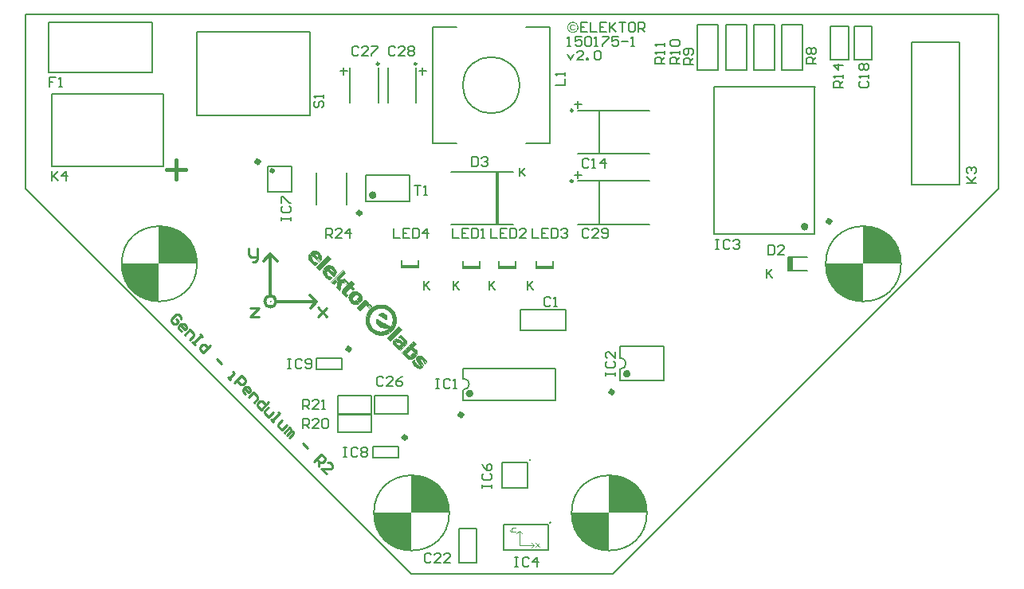
<source format=gto>
%FSLAX44Y44*%
%MOMM*%
G71*
G01*
G75*
G04 Layer_Color=65535*
%ADD10R,1.3000X1.5000*%
%ADD11O,0.6000X1.5000*%
%ADD12R,2.8000X2.1000*%
%ADD13R,2.0000X0.6100*%
G04:AMPARAMS|DCode=14|XSize=1.145mm|YSize=0.55mm|CornerRadius=0.1375mm|HoleSize=0mm|Usage=FLASHONLY|Rotation=270.000|XOffset=0mm|YOffset=0mm|HoleType=Round|Shape=RoundedRectangle|*
%AMROUNDEDRECTD14*
21,1,1.1450,0.2750,0,0,270.0*
21,1,0.8700,0.5500,0,0,270.0*
1,1,0.2750,-0.1375,-0.4350*
1,1,0.2750,-0.1375,0.4350*
1,1,0.2750,0.1375,0.4350*
1,1,0.2750,0.1375,-0.4350*
%
%ADD14ROUNDEDRECTD14*%
G04:AMPARAMS|DCode=15|XSize=1.145mm|YSize=0.55mm|CornerRadius=0.1375mm|HoleSize=0mm|Usage=FLASHONLY|Rotation=0.000|XOffset=0mm|YOffset=0mm|HoleType=Round|Shape=RoundedRectangle|*
%AMROUNDEDRECTD15*
21,1,1.1450,0.2750,0,0,0.0*
21,1,0.8700,0.5500,0,0,0.0*
1,1,0.2750,0.4350,-0.1375*
1,1,0.2750,-0.4350,-0.1375*
1,1,0.2750,-0.4350,0.1375*
1,1,0.2750,0.4350,0.1375*
%
%ADD15ROUNDEDRECTD15*%
G04:AMPARAMS|DCode=16|XSize=0.3mm|YSize=0.75mm|CornerRadius=0.075mm|HoleSize=0mm|Usage=FLASHONLY|Rotation=90.000|XOffset=0mm|YOffset=0mm|HoleType=Round|Shape=RoundedRectangle|*
%AMROUNDEDRECTD16*
21,1,0.3000,0.6000,0,0,90.0*
21,1,0.1500,0.7500,0,0,90.0*
1,1,0.1500,0.3000,0.0750*
1,1,0.1500,0.3000,-0.0750*
1,1,0.1500,-0.3000,-0.0750*
1,1,0.1500,-0.3000,0.0750*
%
%ADD16ROUNDEDRECTD16*%
G04:AMPARAMS|DCode=17|XSize=0.3mm|YSize=0.75mm|CornerRadius=0.075mm|HoleSize=0mm|Usage=FLASHONLY|Rotation=0.000|XOffset=0mm|YOffset=0mm|HoleType=Round|Shape=RoundedRectangle|*
%AMROUNDEDRECTD17*
21,1,0.3000,0.6000,0,0,0.0*
21,1,0.1500,0.7500,0,0,0.0*
1,1,0.1500,0.0750,-0.3000*
1,1,0.1500,-0.0750,-0.3000*
1,1,0.1500,-0.0750,0.3000*
1,1,0.1500,0.0750,0.3000*
%
%ADD17ROUNDEDRECTD17*%
%ADD18R,0.6000X1.0500*%
%ADD19R,1.4000X0.2800*%
%ADD20O,0.4000X2.1500*%
%ADD21O,0.4000X2.1500*%
%ADD22R,3.2000X1.8000*%
%ADD23R,1.8000X1.6000*%
%ADD24R,1.5000X1.3000*%
%ADD25R,7.0000X4.0000*%
%ADD26R,2.8000X3.8000*%
%ADD27R,1.2000X0.7000*%
%ADD28R,2.6000X2.4000*%
%ADD29R,2.2000X2.0000*%
%ADD30R,1.6000X1.8000*%
%ADD31R,4.2400X3.8100*%
%ADD32R,4.2400X3.0000*%
%ADD33O,2.0000X0.4600*%
%ADD34R,6.4000X10.0000*%
%ADD35R,3.4000X3.1000*%
%ADD36R,1.5000X1.5000*%
%ADD37C,0.4000*%
%ADD38C,0.2000*%
%ADD39C,0.5080*%
%ADD40C,0.3000*%
%ADD41C,0.5000*%
%ADD42C,0.3810*%
%ADD43C,1.0000*%
%ADD44C,0.2794*%
%ADD45C,0.3556*%
%ADD46C,2.0000*%
%ADD47C,0.4572*%
%ADD48C,1.5000*%
%ADD49C,0.1778*%
%ADD50P,2.2627X4X270.0*%
%ADD51C,1.6000*%
%ADD52C,1.0000*%
G04:AMPARAMS|DCode=53|XSize=2.5mm|YSize=2mm|CornerRadius=0mm|HoleSize=0mm|Usage=FLASHONLY|Rotation=0.000|XOffset=0mm|YOffset=0mm|HoleType=Round|Shape=Octagon|*
%AMOCTAGOND53*
4,1,8,1.2500,-0.5000,1.2500,0.5000,0.7500,1.0000,-0.7500,1.0000,-1.2500,0.5000,-1.2500,-0.5000,-0.7500,-1.0000,0.7500,-1.0000,1.2500,-0.5000,0.0*
%
%ADD53OCTAGOND53*%

G04:AMPARAMS|DCode=54|XSize=2.5mm|YSize=2mm|CornerRadius=0mm|HoleSize=0mm|Usage=FLASHONLY|Rotation=270.000|XOffset=0mm|YOffset=0mm|HoleType=Round|Shape=Octagon|*
%AMOCTAGOND54*
4,1,8,-0.5000,-1.2500,0.5000,-1.2500,1.0000,-0.7500,1.0000,0.7500,0.5000,1.2500,-0.5000,1.2500,-1.0000,0.7500,-1.0000,-0.7500,-0.5000,-1.2500,0.0*
%
%ADD54OCTAGOND54*%

%ADD55C,2.0000*%
%ADD56R,2.0000X2.0000*%
%ADD57C,0.6000*%
%ADD58C,0.7500*%
%ADD59R,0.5500X1.0000*%
%ADD60C,0.2500*%
%ADD61C,0.0208*%
%ADD62C,0.1000*%
%ADD63C,0.1524*%
%ADD64C,0.1200*%
%ADD65C,0.2200*%
%ADD66C,0.2800*%
%ADD67R,0.5500X1.4000*%
G36*
X810000Y135000D02*
X803000D01*
X800000Y136000D01*
X795000Y137000D01*
X792000Y139000D01*
X789000Y140000D01*
X785000Y143000D01*
X778000Y150000D01*
X777000Y152000D01*
X775000Y155000D01*
X773000Y159000D01*
X772000Y161000D01*
X771000Y166000D01*
X770000Y169000D01*
Y174630D01*
X769630Y175000D01*
X810000D01*
Y135000D01*
D02*
G37*
G36*
X610000Y214000D02*
X615000Y213000D01*
X618000Y211000D01*
X621000Y210000D01*
X625000Y207000D01*
X632000Y200000D01*
X634000Y198000D01*
X636000Y195000D01*
X637000Y191000D01*
X638000Y189000D01*
X639000Y184000D01*
X640000Y181000D01*
Y175370D01*
X640370Y175000D01*
X600000D01*
Y215000D01*
X607000D01*
X610000Y214000D01*
D02*
G37*
G36*
X771935Y697397D02*
X772068Y697382D01*
X772231Y697368D01*
X772409Y697353D01*
X772601Y697323D01*
X772809Y697279D01*
X773046Y697219D01*
X773520Y697086D01*
X773786Y696997D01*
X774038Y696894D01*
X774304Y696775D01*
X774571Y696642D01*
X774586Y696627D01*
X774630Y696612D01*
X774704Y696568D01*
X774808Y696509D01*
X774926Y696420D01*
X775060Y696331D01*
X775208Y696213D01*
X775370Y696094D01*
X775548Y695946D01*
X775726Y695783D01*
X775904Y695605D01*
X776096Y695413D01*
X776274Y695206D01*
X776437Y694984D01*
X776614Y694732D01*
X776762Y694480D01*
X776777Y694465D01*
X776792Y694421D01*
X776836Y694347D01*
X776881Y694243D01*
X776940Y694110D01*
X777014Y693962D01*
X777088Y693784D01*
X777162Y693592D01*
X777222Y693369D01*
X777296Y693147D01*
X777429Y692644D01*
X777518Y692111D01*
X777533Y691829D01*
X777547Y691548D01*
Y691533D01*
Y691474D01*
Y691400D01*
X777533Y691296D01*
X777518Y691148D01*
X777503Y691000D01*
X777488Y690822D01*
X777444Y690615D01*
X777414Y690408D01*
X777355Y690171D01*
X777222Y689682D01*
X777133Y689416D01*
X777029Y689164D01*
X776896Y688897D01*
X776762Y688631D01*
X776748Y688616D01*
X776733Y688571D01*
X776688Y688497D01*
X776614Y688409D01*
X776540Y688290D01*
X776451Y688157D01*
X776333Y687994D01*
X776200Y687846D01*
X776052Y687668D01*
X775904Y687490D01*
X775726Y687313D01*
X775533Y687135D01*
X775311Y686957D01*
X775089Y686780D01*
X774852Y686617D01*
X774601Y686469D01*
X774586Y686454D01*
X774541Y686439D01*
X774467Y686395D01*
X774363Y686350D01*
X774230Y686291D01*
X774082Y686232D01*
X773904Y686158D01*
X773712Y686084D01*
X773505Y686010D01*
X773282Y685936D01*
X772779Y685817D01*
X772246Y685728D01*
X771965Y685714D01*
X771683Y685699D01*
X771535D01*
X771432Y685714D01*
X771283Y685728D01*
X771135Y685743D01*
X770958Y685758D01*
X770750Y685802D01*
X770543Y685832D01*
X770306Y685891D01*
X769817Y686024D01*
X769551Y686113D01*
X769299Y686217D01*
X769033Y686336D01*
X768766Y686469D01*
X768751Y686484D01*
X768707Y686498D01*
X768633Y686543D01*
X768544Y686617D01*
X768425Y686691D01*
X768292Y686780D01*
X768129Y686898D01*
X767981Y687031D01*
X767803Y687180D01*
X767626Y687342D01*
X767448Y687520D01*
X767270Y687713D01*
X767093Y687920D01*
X766915Y688142D01*
X766752Y688379D01*
X766604Y688631D01*
X766589Y688646D01*
X766574Y688690D01*
X766530Y688764D01*
X766486Y688868D01*
X766426Y689001D01*
X766367Y689149D01*
X766293Y689327D01*
X766219Y689519D01*
X766145Y689741D01*
X766071Y689964D01*
X765953Y690452D01*
X765864Y690985D01*
X765849Y691267D01*
X765834Y691548D01*
Y691563D01*
Y691622D01*
Y691696D01*
X765849Y691814D01*
X765864Y691948D01*
X765878Y692111D01*
X765893Y692288D01*
X765938Y692481D01*
X765967Y692703D01*
X766027Y692940D01*
X766160Y693429D01*
X766249Y693680D01*
X766367Y693947D01*
X766486Y694213D01*
X766619Y694480D01*
X766634Y694495D01*
X766648Y694539D01*
X766708Y694613D01*
X766767Y694717D01*
X766841Y694835D01*
X766945Y694969D01*
X767063Y695117D01*
X767181Y695280D01*
X767330Y695443D01*
X767493Y695620D01*
X767685Y695813D01*
X767878Y695990D01*
X768085Y696168D01*
X768307Y696331D01*
X768559Y696494D01*
X768811Y696642D01*
X768825Y696657D01*
X768870Y696672D01*
X768944Y696716D01*
X769047Y696760D01*
X769181Y696820D01*
X769329Y696879D01*
X769506Y696953D01*
X769699Y697027D01*
X769906Y697101D01*
X770128Y697175D01*
X770617Y697294D01*
X771135Y697382D01*
X771417Y697397D01*
X771683Y697412D01*
X771831D01*
X771935Y697397D01*
D02*
G37*
G36*
X600000Y135000D02*
X593000D01*
X590000Y136000D01*
X585000Y137000D01*
X582000Y139000D01*
X579000Y140000D01*
X575000Y143000D01*
X568000Y150000D01*
X567000Y152000D01*
X565000Y155000D01*
X563000Y159000D01*
X562000Y161000D01*
X561000Y166000D01*
X560000Y169000D01*
Y174630D01*
X559630Y175000D01*
X600000D01*
Y135000D01*
D02*
G37*
G36*
X820000Y214000D02*
X825000Y213000D01*
X828000Y211000D01*
X831000Y210000D01*
X835000Y207000D01*
X842000Y200000D01*
X844000Y198000D01*
X846000Y195000D01*
X847000Y191000D01*
X848000Y189000D01*
X849000Y184000D01*
X850000Y181000D01*
Y175370D01*
X850370Y175000D01*
X810000D01*
Y215000D01*
X817000D01*
X820000Y214000D01*
D02*
G37*
G36*
X342000Y479000D02*
X347000Y478000D01*
X350000Y476000D01*
X353000Y475000D01*
X357000Y472000D01*
X364000Y465000D01*
X366000Y463000D01*
X368000Y460000D01*
X369000Y456000D01*
X370000Y454000D01*
X371000Y449000D01*
X372000Y446000D01*
Y440370D01*
X372370Y440000D01*
X332000D01*
Y480000D01*
X339000D01*
X342000Y479000D01*
D02*
G37*
G36*
X1090000D02*
X1095000Y478000D01*
X1098000Y476000D01*
X1101000Y475000D01*
X1105000Y472000D01*
X1112000Y465000D01*
X1114000Y463000D01*
X1116000Y460000D01*
X1117000Y456000D01*
X1118000Y454000D01*
X1119000Y449000D01*
X1120000Y446000D01*
Y440370D01*
X1120370Y440000D01*
X1080000D01*
Y480000D01*
X1087000D01*
X1090000Y479000D01*
D02*
G37*
G36*
X332000Y400000D02*
X325000D01*
X322000Y401000D01*
X317000Y402000D01*
X314000Y404000D01*
X311000Y405000D01*
X307000Y408000D01*
X300000Y415000D01*
X299000Y417000D01*
X297000Y420000D01*
X295000Y424000D01*
X294000Y426000D01*
X293000Y431000D01*
X292000Y434000D01*
Y439630D01*
X291630Y440000D01*
X332000D01*
Y400000D01*
D02*
G37*
G36*
X1080000D02*
X1073000D01*
X1070000Y401000D01*
X1065000Y402000D01*
X1062000Y404000D01*
X1059000Y405000D01*
X1055000Y408000D01*
X1048000Y415000D01*
X1047000Y417000D01*
X1045000Y420000D01*
X1043000Y424000D01*
X1042000Y426000D01*
X1041000Y431000D01*
X1040000Y434000D01*
Y439630D01*
X1039630Y440000D01*
X1080000D01*
Y400000D01*
D02*
G37*
%LPC*%
G36*
X771920Y696435D02*
X771565D01*
X771476Y696420D01*
X771357D01*
X771239Y696405D01*
X771091Y696375D01*
X770928Y696361D01*
X770558Y696287D01*
X770158Y696168D01*
X769729Y696005D01*
X769506Y695916D01*
X769284Y695798D01*
X769269D01*
X769240Y695768D01*
X769166Y695739D01*
X769092Y695679D01*
X768988Y695620D01*
X768885Y695531D01*
X768618Y695339D01*
X768322Y695072D01*
X768026Y694761D01*
X767729Y694406D01*
X767463Y693991D01*
Y693977D01*
X767433Y693932D01*
X767404Y693873D01*
X767359Y693784D01*
X767315Y693680D01*
X767256Y693562D01*
X767196Y693414D01*
X767137Y693251D01*
X767078Y693073D01*
X767019Y692881D01*
X766915Y692466D01*
X766841Y692022D01*
X766826Y691785D01*
X766811Y691548D01*
Y691533D01*
Y691489D01*
Y691430D01*
X766826Y691326D01*
Y691222D01*
X766841Y691089D01*
X766871Y690941D01*
X766885Y690763D01*
X766974Y690393D01*
X767078Y689993D01*
X767241Y689549D01*
X767330Y689342D01*
X767448Y689119D01*
X767463Y689105D01*
X767478Y689075D01*
X767522Y689016D01*
X767567Y688927D01*
X767641Y688838D01*
X767715Y688720D01*
X767922Y688468D01*
X768174Y688172D01*
X768485Y687876D01*
X768840Y687579D01*
X769255Y687313D01*
X769269D01*
X769314Y687283D01*
X769373Y687254D01*
X769462Y687209D01*
X769566Y687165D01*
X769699Y687105D01*
X769832Y687061D01*
X769995Y687002D01*
X770365Y686883D01*
X770780Y686780D01*
X771224Y686706D01*
X771446Y686691D01*
X771683Y686676D01*
X771802D01*
X771905Y686691D01*
X772009D01*
X772142Y686706D01*
X772305Y686735D01*
X772468Y686750D01*
X772838Y686839D01*
X773253Y686943D01*
X773682Y687105D01*
X773890Y687194D01*
X774112Y687313D01*
X774127Y687328D01*
X774171Y687342D01*
X774230Y687387D01*
X774304Y687431D01*
X774408Y687505D01*
X774512Y687579D01*
X774778Y687787D01*
X775074Y688038D01*
X775370Y688349D01*
X775652Y688705D01*
X775918Y689119D01*
X775933Y689134D01*
X775948Y689179D01*
X775978Y689238D01*
X776022Y689327D01*
X776067Y689430D01*
X776126Y689549D01*
X776185Y689697D01*
X776244Y689860D01*
X776303Y690038D01*
X776363Y690215D01*
X776466Y690630D01*
X776540Y691074D01*
X776570Y691311D01*
Y691548D01*
Y691563D01*
Y691607D01*
Y691666D01*
X776555Y691770D01*
Y691874D01*
X776540Y692007D01*
X776511Y692170D01*
X776481Y692333D01*
X776407Y692703D01*
X776289Y693118D01*
X776126Y693547D01*
X776022Y693769D01*
X775904Y693991D01*
Y694006D01*
X775874Y694051D01*
X775829Y694110D01*
X775785Y694184D01*
X775711Y694287D01*
X775637Y694391D01*
X775430Y694658D01*
X775178Y694954D01*
X774867Y695250D01*
X774497Y695531D01*
X774082Y695798D01*
X774067Y695813D01*
X774023Y695827D01*
X773964Y695857D01*
X773875Y695902D01*
X773771Y695946D01*
X773653Y696005D01*
X773505Y696065D01*
X773342Y696124D01*
X772986Y696227D01*
X772572Y696331D01*
X772142Y696405D01*
X771920Y696435D01*
D02*
G37*
%LPD*%
G36*
X772024Y694821D02*
X772128Y694806D01*
X772364Y694776D01*
X772631Y694717D01*
X772927Y694628D01*
X773208Y694495D01*
X773475Y694332D01*
X773490D01*
X773505Y694317D01*
X773594Y694243D01*
X773712Y694139D01*
X773860Y693977D01*
X774008Y693799D01*
X774171Y693562D01*
X774304Y693295D01*
X774423Y692999D01*
X773505Y692762D01*
X773490Y692792D01*
X773460Y692851D01*
X773401Y692955D01*
X773327Y693088D01*
X773238Y693236D01*
X773105Y693384D01*
X772972Y693518D01*
X772809Y693651D01*
X772794Y693665D01*
X772735Y693695D01*
X772631Y693754D01*
X772498Y693814D01*
X772350Y693858D01*
X772172Y693917D01*
X771965Y693947D01*
X771742Y693962D01*
X771654D01*
X771594Y693947D01*
X771432Y693932D01*
X771224Y693888D01*
X770987Y693814D01*
X770735Y693695D01*
X770499Y693532D01*
X770380Y693443D01*
X770262Y693325D01*
X770232Y693295D01*
X770173Y693206D01*
X770084Y693058D01*
X769980Y692866D01*
X769862Y692599D01*
X769773Y692288D01*
X769714Y691918D01*
X769684Y691504D01*
Y691489D01*
Y691459D01*
Y691385D01*
X769699Y691311D01*
Y691207D01*
X769714Y691104D01*
X769758Y690837D01*
X769817Y690541D01*
X769906Y690245D01*
X770040Y689964D01*
X770217Y689712D01*
X770247Y689682D01*
X770321Y689623D01*
X770439Y689519D01*
X770602Y689416D01*
X770810Y689297D01*
X771047Y689193D01*
X771328Y689134D01*
X771639Y689105D01*
X771757D01*
X771891Y689119D01*
X772053Y689149D01*
X772246Y689208D01*
X772439Y689268D01*
X772646Y689371D01*
X772853Y689504D01*
X772883Y689519D01*
X772942Y689578D01*
X773031Y689667D01*
X773149Y689801D01*
X773268Y689949D01*
X773371Y690141D01*
X773490Y690363D01*
X773564Y690615D01*
X774526Y690334D01*
Y690319D01*
X774512Y690289D01*
X774497Y690245D01*
X774482Y690171D01*
X774452Y690097D01*
X774408Y689993D01*
X774319Y689771D01*
X774186Y689519D01*
X774008Y689268D01*
X773801Y689016D01*
X773534Y688779D01*
X773520D01*
X773505Y688749D01*
X773460Y688720D01*
X773401Y688690D01*
X773327Y688646D01*
X773238Y688601D01*
X773016Y688497D01*
X772749Y688379D01*
X772439Y688290D01*
X772083Y688231D01*
X771698Y688201D01*
X771565D01*
X771476Y688216D01*
X771357Y688231D01*
X771224Y688246D01*
X771076Y688275D01*
X770913Y688305D01*
X770558Y688409D01*
X770380Y688483D01*
X770188Y688571D01*
X769995Y688675D01*
X769817Y688794D01*
X769640Y688927D01*
X769477Y689075D01*
X769462Y689090D01*
X769447Y689119D01*
X769403Y689164D01*
X769343Y689238D01*
X769284Y689327D01*
X769210Y689445D01*
X769136Y689564D01*
X769062Y689712D01*
X768973Y689875D01*
X768899Y690067D01*
X768825Y690275D01*
X768766Y690482D01*
X768707Y690719D01*
X768662Y690970D01*
X768648Y691252D01*
X768633Y691533D01*
Y691548D01*
Y691578D01*
Y691637D01*
Y691711D01*
X768648Y691800D01*
Y691903D01*
X768677Y692140D01*
X768722Y692422D01*
X768796Y692718D01*
X768885Y693014D01*
X769018Y693310D01*
Y693325D01*
X769033Y693340D01*
X769092Y693429D01*
X769181Y693577D01*
X769299Y693740D01*
X769462Y693917D01*
X769640Y694110D01*
X769862Y694287D01*
X770114Y694450D01*
X770128D01*
X770143Y694465D01*
X770188Y694480D01*
X770247Y694510D01*
X770395Y694569D01*
X770587Y694643D01*
X770839Y694717D01*
X771121Y694776D01*
X771432Y694821D01*
X771772Y694835D01*
X771950D01*
X772024Y694821D01*
D02*
G37*
D37*
X561000Y513000D02*
G03*
X561000Y513000I-2000J0D01*
G01*
X453100Y539000D02*
G03*
X453100Y539000I-1000J0D01*
G01*
X831000Y323000D02*
G03*
X831000Y323000I-2000J0D01*
G01*
X664000Y302000D02*
G03*
X664000Y302000I-2000J0D01*
G01*
X1020000Y479500D02*
G03*
X1020000Y479500I-2000J0D01*
G01*
X340000Y540000D02*
X360000D01*
X350000Y530000D02*
Y550000D01*
D38*
X822000Y328000D02*
G03*
X822000Y340000I0J6000D01*
G01*
X655500Y306000D02*
G03*
X655500Y318000I0J6000D01*
G01*
X715000Y630000D02*
G03*
X715000Y630000I-30000J0D01*
G01*
X1120370Y440000D02*
G03*
X1120370Y440000I-40000J0D01*
G01*
X372370D02*
G03*
X372370Y440000I-40000J0D01*
G01*
X640370Y175000D02*
G03*
X640370Y175000I-40000J0D01*
G01*
X850370D02*
G03*
X850370Y175000I-40000J0D01*
G01*
X450843Y400000D02*
G03*
X450843Y400000I-500J0D01*
G01*
X597000Y280500D02*
Y299500D01*
X561000Y280500D02*
Y299500D01*
Y280500D02*
X597000D01*
X561000Y299500D02*
X597000D01*
X552000Y506000D02*
X598000D01*
X552000Y534000D02*
X598000D01*
X552000Y506000D02*
Y534000D01*
X598000Y506000D02*
Y534000D01*
X1131500Y524000D02*
X1182500D01*
X1131500D02*
Y676000D01*
X1182500D01*
Y524000D02*
Y676000D01*
X698500Y162500D02*
X745500D01*
X698500Y135500D02*
Y162500D01*
Y135500D02*
X745500D01*
Y162500D01*
X696500Y228500D02*
X696853Y228647D01*
X697000Y228500D02*
X723500Y228500D01*
X696853Y228647D02*
X697000Y228500D01*
X696500Y201500D02*
Y228500D01*
Y201500D02*
X723500D01*
Y228500D01*
X499500Y328000D02*
X526500D01*
X499500D02*
Y340000D01*
X526500D01*
Y328000D02*
Y340000D01*
X559500Y234000D02*
X586500D01*
X559500D02*
Y246000D01*
X586500D01*
Y234000D02*
Y246000D01*
X447600Y516500D02*
X472600D01*
X447600Y543500D02*
X472600D01*
Y516500D02*
Y543500D01*
X447600Y516500D02*
Y543500D01*
X822000Y316000D02*
Y328000D01*
Y340000D02*
Y352000D01*
X868000Y316000D02*
Y352000D01*
X822000Y316000D02*
X868000D01*
X822000Y352000D02*
X868000D01*
X655000Y295000D02*
Y306000D01*
Y318000D02*
Y329000D01*
X753000Y295000D02*
Y329000D01*
X655000Y295000D02*
X753000D01*
X655000Y329000D02*
X753000D01*
X531000Y503000D02*
Y537000D01*
X499000Y503000D02*
Y537000D01*
X904000Y646000D02*
Y694000D01*
X926000Y646000D02*
Y694000D01*
X904000D02*
X926000D01*
X904000Y646000D02*
X926000D01*
X934000D02*
Y694000D01*
X956000Y646000D02*
Y694000D01*
X934000D02*
X956000D01*
X934000Y646000D02*
X956000D01*
X964000D02*
Y694000D01*
X986000Y646000D02*
Y694000D01*
X964000D02*
X986000D01*
X964000Y646000D02*
X986000D01*
X994000D02*
Y694000D01*
X1016000Y646000D02*
Y694000D01*
X994000D02*
X1016000D01*
X994000Y646000D02*
X1016000D01*
X1045500Y657000D02*
X1064500D01*
X1045500Y693000D02*
X1064500D01*
X1045500Y657000D02*
Y693000D01*
X1064500Y657000D02*
Y693000D01*
X590000Y436000D02*
X608000D01*
Y444000D01*
X590000Y436000D02*
Y444000D01*
X591000Y438000D02*
X607000D01*
X747000Y568000D02*
Y692000D01*
X623000Y568000D02*
Y692000D01*
X722000D02*
X747000D01*
X722000Y568000D02*
X747000D01*
X623000Y692000D02*
X648000D01*
X623000Y568000D02*
X648000D01*
X733000Y435000D02*
X751000D01*
Y443000D01*
X733000Y435000D02*
Y443000D01*
X734000Y437000D02*
X750000D01*
X693000Y435000D02*
X711000D01*
Y443000D01*
X693000Y435000D02*
Y443000D01*
X694000Y437000D02*
X710000D01*
X655000Y435000D02*
X673000D01*
Y443000D01*
X655000Y435000D02*
Y443000D01*
X656000Y437000D02*
X672000D01*
X690500Y482000D02*
Y538000D01*
X692500Y482000D02*
Y538000D01*
X678000D02*
X708000D01*
X642000Y482000D02*
X708000D01*
X642000Y538000D02*
X678000D01*
X1000500Y433000D02*
Y447000D01*
X1020500D01*
X1000500Y433000D02*
X1020500D01*
X650500Y122000D02*
Y158000D01*
X669500Y122000D02*
Y158000D01*
X650500Y122000D02*
X669500D01*
X650500Y158000D02*
X669500D01*
X800000Y482000D02*
Y528000D01*
X777000D02*
X853000D01*
X777000Y482000D02*
X853000D01*
X575000Y611500D02*
Y648500D01*
X605000Y611500D02*
Y648500D01*
X764000Y369000D02*
Y391000D01*
X716000Y369000D02*
Y391000D01*
X764000D01*
X716000Y369000D02*
X764000D01*
X800000Y557000D02*
Y603000D01*
X777000D02*
X853000D01*
X777000Y557000D02*
X853000D01*
X1070500Y657000D02*
Y693000D01*
X1089500Y657000D02*
Y693000D01*
X1070500Y657000D02*
X1089500D01*
X1070500Y693000D02*
X1089500D01*
X522000Y260500D02*
Y279500D01*
X558000Y260500D02*
Y279500D01*
X522000D02*
X558000D01*
X522000Y260500D02*
X558000D01*
Y280500D02*
Y299500D01*
X522000Y280500D02*
Y299500D01*
Y280500D02*
X558000D01*
X522000Y299500D02*
X558000D01*
X325000Y643500D02*
Y696500D01*
X215000Y643500D02*
Y696500D01*
X325000D01*
X215000Y643500D02*
X325000D01*
X565000Y611500D02*
Y648500D01*
X535000Y611500D02*
Y648500D01*
X921500Y471500D02*
Y628500D01*
X1028500D01*
X1029000Y628000D01*
X1028500Y471500D02*
Y627500D01*
X921500Y471500D02*
X1028500D01*
Y627500D02*
X1029000Y628000D01*
X372050Y686440D02*
X492700D01*
X372050Y597540D02*
Y686440D01*
Y597540D02*
X492700D01*
Y686440D01*
X218500Y544000D02*
Y621000D01*
Y544000D02*
X336500D01*
Y621000D01*
X218500D02*
X336500D01*
X600000Y110000D02*
X707000D01*
X814000D02*
X1224000Y520000D01*
X190000D02*
X600000Y110000D01*
X1224000Y520000D02*
Y705000D01*
X190000Y520000D02*
Y705000D01*
X1224000D01*
X707000Y110000D02*
X814000D01*
D39*
X546100Y494030D02*
G03*
X546100Y494030I-1270J0D01*
G01*
X534670Y349250D02*
G03*
X534670Y349250I-1270J0D01*
G01*
X594360Y255270D02*
G03*
X594360Y255270I-1270J0D01*
G01*
X438150Y548640D02*
G03*
X438150Y548640I-1270J0D01*
G01*
X1045210Y485140D02*
G03*
X1045210Y485140I-1270J0D01*
G01*
X814070Y303530D02*
G03*
X814070Y303530I-1270J0D01*
G01*
X654050Y279400D02*
G03*
X654050Y279400I-1270J0D01*
G01*
D40*
X456343Y400000D02*
G03*
X456343Y400000I-6000J0D01*
G01*
X450343Y405657D02*
Y450042D01*
X456000Y400000D02*
X499627D01*
X443101Y443042D02*
X450343Y450284D01*
X457343Y443284D01*
X492843Y406784D02*
X499627Y400000D01*
X493033Y393106D02*
X499627Y400000D01*
D49*
X777240Y605790D02*
Y613410D01*
X773430Y609600D02*
X781050D01*
X777240Y530860D02*
Y538480D01*
X773430Y534670D02*
X781050D01*
X528320Y641350D02*
Y648970D01*
X524510Y645160D02*
X532130D01*
X612140Y641350D02*
Y648970D01*
X608330Y645160D02*
X615950D01*
X570651Y318344D02*
X568958Y320037D01*
X565573D01*
X563880Y318344D01*
Y311573D01*
X565573Y309880D01*
X568958D01*
X570651Y311573D01*
X580808Y309880D02*
X574037D01*
X580808Y316651D01*
Y318344D01*
X579115Y320037D01*
X575729D01*
X574037Y318344D01*
X590965Y320037D02*
X587579Y318344D01*
X584193Y314958D01*
Y311573D01*
X585886Y309880D01*
X589272D01*
X590965Y311573D01*
Y313266D01*
X589272Y314958D01*
X584193D01*
X786731Y696677D02*
X779960D01*
Y686520D01*
X786731D01*
X779960Y691598D02*
X783346D01*
X790117Y696677D02*
Y686520D01*
X796888D01*
X807045Y696677D02*
X800274D01*
Y686520D01*
X807045D01*
X800274Y691598D02*
X803659D01*
X810430Y696677D02*
Y686520D01*
Y689906D01*
X817201Y696677D01*
X812123Y691598D01*
X817201Y686520D01*
X820587Y696677D02*
X827358D01*
X823972D01*
Y686520D01*
X835822Y696677D02*
X832436D01*
X830744Y694984D01*
Y688213D01*
X832436Y686520D01*
X835822D01*
X837515Y688213D01*
Y694984D01*
X835822Y696677D01*
X840900Y686520D02*
Y696677D01*
X845979D01*
X847672Y694984D01*
Y691598D01*
X845979Y689906D01*
X840900D01*
X844286D02*
X847672Y686520D01*
X766150Y663451D02*
X769536Y656680D01*
X772921Y663451D01*
X783078Y656680D02*
X776307D01*
X783078Y663451D01*
Y665144D01*
X781385Y666837D01*
X777999D01*
X776307Y665144D01*
X786463Y656680D02*
Y658373D01*
X788156D01*
Y656680D01*
X786463D01*
X794927Y665144D02*
X796620Y666837D01*
X800006D01*
X801699Y665144D01*
Y658373D01*
X800006Y656680D01*
X796620D01*
X794927Y658373D01*
Y665144D01*
X766150Y671600D02*
X769536D01*
X767843D01*
Y681757D01*
X766150Y680064D01*
X781385Y681757D02*
X774614D01*
Y676678D01*
X777999Y678371D01*
X779692D01*
X781385Y676678D01*
Y673293D01*
X779692Y671600D01*
X776307D01*
X774614Y673293D01*
X784771Y680064D02*
X786463Y681757D01*
X789849D01*
X791542Y680064D01*
Y673293D01*
X789849Y671600D01*
X786463D01*
X784771Y673293D01*
Y680064D01*
X794927Y671600D02*
X798313D01*
X796620D01*
Y681757D01*
X794927Y680064D01*
X803391Y681757D02*
X810163D01*
Y680064D01*
X803391Y673293D01*
Y671600D01*
X820319Y681757D02*
X813548D01*
Y676678D01*
X816934Y678371D01*
X818626D01*
X820319Y676678D01*
Y673293D01*
X818626Y671600D01*
X815241D01*
X813548Y673293D01*
X823705Y676678D02*
X830476D01*
X833861Y671600D02*
X837247D01*
X835554D01*
Y681757D01*
X833861Y680064D01*
X603250Y523237D02*
X610021D01*
X606636D01*
Y513080D01*
X613407D02*
X616792D01*
X615099D01*
Y523237D01*
X613407Y521544D01*
X1189843Y526000D02*
X1200000D01*
X1196614D01*
X1189843Y532771D01*
X1194922Y527693D01*
X1200000Y532771D01*
X1191536Y536157D02*
X1189843Y537850D01*
Y541235D01*
X1191536Y542928D01*
X1193229D01*
X1194922Y541235D01*
Y539542D01*
Y541235D01*
X1196614Y542928D01*
X1198307D01*
X1200000Y541235D01*
Y537850D01*
X1198307Y536157D01*
X709930Y128267D02*
X713316D01*
X711623D01*
Y118110D01*
X709930D01*
X713316D01*
X725165Y126574D02*
X723472Y128267D01*
X720087D01*
X718394Y126574D01*
Y119803D01*
X720087Y118110D01*
X723472D01*
X725165Y119803D01*
X733629Y118110D02*
Y128267D01*
X728551Y123188D01*
X735322D01*
X675643Y201930D02*
Y205316D01*
Y203623D01*
X685800D01*
Y201930D01*
Y205316D01*
X677336Y217165D02*
X675643Y215472D01*
Y212087D01*
X677336Y210394D01*
X684107D01*
X685800Y212087D01*
Y215472D01*
X684107Y217165D01*
X675643Y227322D02*
X677336Y223936D01*
X680722Y220551D01*
X684107D01*
X685800Y222243D01*
Y225629D01*
X684107Y227322D01*
X682414D01*
X680722Y225629D01*
Y220551D01*
X468630Y339087D02*
X472016D01*
X470323D01*
Y328930D01*
X468630D01*
X472016D01*
X483865Y337394D02*
X482172Y339087D01*
X478787D01*
X477094Y337394D01*
Y330623D01*
X478787Y328930D01*
X482172D01*
X483865Y330623D01*
X487251D02*
X488943Y328930D01*
X492329D01*
X494022Y330623D01*
Y337394D01*
X492329Y339087D01*
X488943D01*
X487251Y337394D01*
Y335701D01*
X488943Y334008D01*
X494022D01*
X528320Y245107D02*
X531706D01*
X530013D01*
Y234950D01*
X528320D01*
X531706D01*
X543555Y243414D02*
X541862Y245107D01*
X538477D01*
X536784Y243414D01*
Y236643D01*
X538477Y234950D01*
X541862D01*
X543555Y236643D01*
X546941Y243414D02*
X548633Y245107D01*
X552019D01*
X553712Y243414D01*
Y241721D01*
X552019Y240028D01*
X553712Y238336D01*
Y236643D01*
X552019Y234950D01*
X548633D01*
X546941Y236643D01*
Y238336D01*
X548633Y240028D01*
X546941Y241721D01*
Y243414D01*
X548633Y240028D02*
X552019D01*
X462283Y486410D02*
Y489796D01*
Y488103D01*
X472440D01*
Y486410D01*
Y489796D01*
X463976Y501645D02*
X462283Y499952D01*
Y496567D01*
X463976Y494874D01*
X470747D01*
X472440Y496567D01*
Y499952D01*
X470747Y501645D01*
X462283Y505031D02*
Y511802D01*
X463976D01*
X470747Y505031D01*
X472440D01*
X806453Y321310D02*
Y324696D01*
Y323003D01*
X816610D01*
Y321310D01*
Y324696D01*
X808146Y336545D02*
X806453Y334852D01*
Y331467D01*
X808146Y329774D01*
X814917D01*
X816610Y331467D01*
Y334852D01*
X814917Y336545D01*
X816610Y346702D02*
Y339931D01*
X809839Y346702D01*
X808146D01*
X806453Y345009D01*
Y341623D01*
X808146Y339931D01*
X626110Y317497D02*
X629496D01*
X627803D01*
Y307340D01*
X626110D01*
X629496D01*
X641345Y315804D02*
X639652Y317497D01*
X636267D01*
X634574Y315804D01*
Y309033D01*
X636267Y307340D01*
X639652D01*
X641345Y309033D01*
X644731Y307340D02*
X648116D01*
X646423D01*
Y317497D01*
X644731Y315804D01*
X509270Y467360D02*
Y477517D01*
X514348D01*
X516041Y475824D01*
Y472438D01*
X514348Y470746D01*
X509270D01*
X512656D02*
X516041Y467360D01*
X526198D02*
X519427D01*
X526198Y474131D01*
Y475824D01*
X524505Y477517D01*
X521119D01*
X519427Y475824D01*
X534662Y467360D02*
Y477517D01*
X529583Y472438D01*
X536355D01*
X869000Y653000D02*
X858843D01*
Y658078D01*
X860536Y659771D01*
X863922D01*
X865614Y658078D01*
Y653000D01*
Y656386D02*
X869000Y659771D01*
Y663157D02*
Y666542D01*
Y664849D01*
X858843D01*
X860536Y663157D01*
X869000Y671621D02*
Y675006D01*
Y673313D01*
X858843D01*
X860536Y671621D01*
X885000Y653000D02*
X874843D01*
Y658078D01*
X876536Y659771D01*
X879922D01*
X881614Y658078D01*
Y653000D01*
Y656386D02*
X885000Y659771D01*
Y663157D02*
Y666542D01*
Y664849D01*
X874843D01*
X876536Y663157D01*
Y671621D02*
X874843Y673313D01*
Y676699D01*
X876536Y678392D01*
X883307D01*
X885000Y676699D01*
Y673313D01*
X883307Y671621D01*
X876536D01*
X900000Y652000D02*
X889843D01*
Y657078D01*
X891536Y658771D01*
X894922D01*
X896614Y657078D01*
Y652000D01*
Y655386D02*
X900000Y658771D01*
X898307Y662157D02*
X900000Y663849D01*
Y667235D01*
X898307Y668928D01*
X891536D01*
X889843Y667235D01*
Y663849D01*
X891536Y662157D01*
X893229D01*
X894922Y663849D01*
Y668928D01*
X1030000Y653000D02*
X1019843D01*
Y658078D01*
X1021536Y659771D01*
X1024922D01*
X1026614Y658078D01*
Y653000D01*
Y656386D02*
X1030000Y659771D01*
X1021536Y663157D02*
X1019843Y664849D01*
Y668235D01*
X1021536Y669928D01*
X1023229D01*
X1024922Y668235D01*
X1026614Y669928D01*
X1028307D01*
X1030000Y668235D01*
Y664849D01*
X1028307Y663157D01*
X1026614D01*
X1024922Y664849D01*
X1023229Y663157D01*
X1021536D01*
X1024922Y664849D02*
Y668235D01*
X1059180Y627380D02*
X1049023D01*
Y632458D01*
X1050716Y634151D01*
X1054102D01*
X1055794Y632458D01*
Y627380D01*
Y630766D02*
X1059180Y634151D01*
Y637537D02*
Y640922D01*
Y639230D01*
X1049023D01*
X1050716Y637537D01*
X1059180Y651079D02*
X1049023D01*
X1054102Y646001D01*
Y652772D01*
X581660Y477517D02*
Y467360D01*
X588431D01*
X598588Y477517D02*
X591817D01*
Y467360D01*
X598588D01*
X591817Y472438D02*
X595202D01*
X601973Y477517D02*
Y467360D01*
X607052D01*
X608745Y469053D01*
Y475824D01*
X607052Y477517D01*
X601973D01*
X617209Y467360D02*
Y477517D01*
X612130Y472438D01*
X618901D01*
X753113Y629920D02*
X763270D01*
Y636691D01*
Y640077D02*
Y643462D01*
Y641769D01*
X753113D01*
X754806Y640077D01*
X728980Y477517D02*
Y467360D01*
X735751D01*
X745908Y477517D02*
X739137D01*
Y467360D01*
X745908D01*
X739137Y472438D02*
X742522D01*
X749293Y477517D02*
Y467360D01*
X754372D01*
X756065Y469053D01*
Y475824D01*
X754372Y477517D01*
X749293D01*
X759450Y475824D02*
X761143Y477517D01*
X764529D01*
X766221Y475824D01*
Y474131D01*
X764529Y472438D01*
X762836D01*
X764529D01*
X766221Y470746D01*
Y469053D01*
X764529Y467360D01*
X761143D01*
X759450Y469053D01*
X684530Y477517D02*
Y467360D01*
X691301D01*
X701458Y477517D02*
X694687D01*
Y467360D01*
X701458D01*
X694687Y472438D02*
X698072D01*
X704843Y477517D02*
Y467360D01*
X709922D01*
X711615Y469053D01*
Y475824D01*
X709922Y477517D01*
X704843D01*
X721771Y467360D02*
X715000D01*
X721771Y474131D01*
Y475824D01*
X720079Y477517D01*
X716693D01*
X715000Y475824D01*
X643890Y477517D02*
Y467360D01*
X650661D01*
X660818Y477517D02*
X654047D01*
Y467360D01*
X660818D01*
X654047Y472438D02*
X657432D01*
X664203Y477517D02*
Y467360D01*
X669282D01*
X670975Y469053D01*
Y475824D01*
X669282Y477517D01*
X664203D01*
X674360Y467360D02*
X677746D01*
X676053D01*
Y477517D01*
X674360Y475824D01*
X664210Y553717D02*
Y543560D01*
X669288D01*
X670981Y545253D01*
Y552024D01*
X669288Y553717D01*
X664210D01*
X674367Y552024D02*
X676059Y553717D01*
X679445D01*
X681138Y552024D01*
Y550331D01*
X679445Y548638D01*
X677752D01*
X679445D01*
X681138Y546946D01*
Y545253D01*
X679445Y543560D01*
X676059D01*
X674367Y545253D01*
X979170Y459737D02*
Y449580D01*
X984248D01*
X985941Y451273D01*
Y458044D01*
X984248Y459737D01*
X979170D01*
X996098Y449580D02*
X989327D01*
X996098Y456351D01*
Y458044D01*
X994405Y459737D01*
X991020D01*
X989327Y458044D01*
X621451Y130384D02*
X619758Y132077D01*
X616373D01*
X614680Y130384D01*
Y123613D01*
X616373Y121920D01*
X619758D01*
X621451Y123613D01*
X631608Y121920D02*
X624837D01*
X631608Y128691D01*
Y130384D01*
X629915Y132077D01*
X626530D01*
X624837Y130384D01*
X641765Y121920D02*
X634993D01*
X641765Y128691D01*
Y130384D01*
X640072Y132077D01*
X636686D01*
X634993Y130384D01*
X789091Y475824D02*
X787398Y477517D01*
X784013D01*
X782320Y475824D01*
Y469053D01*
X784013Y467360D01*
X787398D01*
X789091Y469053D01*
X799248Y467360D02*
X792477D01*
X799248Y474131D01*
Y475824D01*
X797555Y477517D01*
X794169D01*
X792477Y475824D01*
X802633Y469053D02*
X804326Y467360D01*
X807712D01*
X809405Y469053D01*
Y475824D01*
X807712Y477517D01*
X804326D01*
X802633Y475824D01*
Y474131D01*
X804326Y472438D01*
X809405D01*
X583351Y670134D02*
X581658Y671827D01*
X578273D01*
X576580Y670134D01*
Y663363D01*
X578273Y661670D01*
X581658D01*
X583351Y663363D01*
X593508Y661670D02*
X586737D01*
X593508Y668441D01*
Y670134D01*
X591815Y671827D01*
X588429D01*
X586737Y670134D01*
X596893D02*
X598586Y671827D01*
X601972D01*
X603665Y670134D01*
Y668441D01*
X601972Y666748D01*
X603665Y665056D01*
Y663363D01*
X601972Y661670D01*
X598586D01*
X596893Y663363D01*
Y665056D01*
X598586Y666748D01*
X596893Y668441D01*
Y670134D01*
X598586Y666748D02*
X601972D01*
X747771Y403464D02*
X746078Y405157D01*
X742693D01*
X741000Y403464D01*
Y396693D01*
X742693Y395000D01*
X746078D01*
X747771Y396693D01*
X751157Y395000D02*
X754542D01*
X752850D01*
Y405157D01*
X751157Y403464D01*
X789091Y550754D02*
X787398Y552447D01*
X784013D01*
X782320Y550754D01*
Y543983D01*
X784013Y542290D01*
X787398D01*
X789091Y543983D01*
X792477Y542290D02*
X795862D01*
X794169D01*
Y552447D01*
X792477Y550754D01*
X806019Y542290D02*
Y552447D01*
X800941Y547368D01*
X807712D01*
X1077386Y634151D02*
X1075693Y632458D01*
Y629073D01*
X1077386Y627380D01*
X1084157D01*
X1085850Y629073D01*
Y632458D01*
X1084157Y634151D01*
X1085850Y637537D02*
Y640922D01*
Y639230D01*
X1075693D01*
X1077386Y637537D01*
Y646001D02*
X1075693Y647693D01*
Y651079D01*
X1077386Y652772D01*
X1079079D01*
X1080772Y651079D01*
X1082464Y652772D01*
X1084157D01*
X1085850Y651079D01*
Y647693D01*
X1084157Y646001D01*
X1082464D01*
X1080772Y647693D01*
X1079079Y646001D01*
X1077386D01*
X1080772Y647693D02*
Y651079D01*
X485140Y265430D02*
Y275587D01*
X490218D01*
X491911Y273894D01*
Y270508D01*
X490218Y268816D01*
X485140D01*
X488526D02*
X491911Y265430D01*
X502068D02*
X495297D01*
X502068Y272201D01*
Y273894D01*
X500375Y275587D01*
X496990D01*
X495297Y273894D01*
X505453D02*
X507146Y275587D01*
X510532D01*
X512225Y273894D01*
Y267123D01*
X510532Y265430D01*
X507146D01*
X505453Y267123D01*
Y273894D01*
X485140Y285750D02*
Y295907D01*
X490218D01*
X491911Y294214D01*
Y290828D01*
X490218Y289136D01*
X485140D01*
X488526D02*
X491911Y285750D01*
X502068D02*
X495297D01*
X502068Y292521D01*
Y294214D01*
X500375Y295907D01*
X496990D01*
X495297Y294214D01*
X505453Y285750D02*
X508839D01*
X507146D01*
Y295907D01*
X505453Y294214D01*
X222671Y638807D02*
X215900D01*
Y633728D01*
X219286D01*
X215900D01*
Y628650D01*
X226057D02*
X229442D01*
X227750D01*
Y638807D01*
X226057Y637114D01*
X543981Y670134D02*
X542288Y671827D01*
X538903D01*
X537210Y670134D01*
Y663363D01*
X538903Y661670D01*
X542288D01*
X543981Y663363D01*
X554138Y661670D02*
X547367D01*
X554138Y668441D01*
Y670134D01*
X552445Y671827D01*
X549059D01*
X547367Y670134D01*
X557523Y671827D02*
X564295D01*
Y670134D01*
X557523Y663363D01*
Y661670D01*
X923000Y466157D02*
X926386D01*
X924693D01*
Y456000D01*
X923000D01*
X926386D01*
X938235Y464464D02*
X936542Y466157D01*
X933157D01*
X931464Y464464D01*
Y457693D01*
X933157Y456000D01*
X936542D01*
X938235Y457693D01*
X941621Y464464D02*
X943314Y466157D01*
X946699D01*
X948392Y464464D01*
Y462771D01*
X946699Y461078D01*
X945006D01*
X946699D01*
X948392Y459386D01*
Y457693D01*
X946699Y456000D01*
X943314D01*
X941621Y457693D01*
X498536Y612771D02*
X496843Y611078D01*
Y607693D01*
X498536Y606000D01*
X500229D01*
X501922Y607693D01*
Y611078D01*
X503614Y612771D01*
X505307D01*
X507000Y611078D01*
Y607693D01*
X505307Y606000D01*
X507000Y616157D02*
Y619542D01*
Y617850D01*
X496843D01*
X498536Y616157D01*
X218000Y538157D02*
Y528000D01*
Y531386D01*
X224771Y538157D01*
X219693Y533078D01*
X224771Y528000D01*
X233235D02*
Y538157D01*
X228157Y533078D01*
X234928D01*
D60*
X747600Y164600D02*
G03*
X747600Y164600I-100J0D01*
G01*
X726100Y231100D02*
G03*
X726100Y231100I-100J0D01*
G01*
X771750Y528000D02*
G03*
X771750Y528000I-1250J0D01*
G01*
X605750Y652750D02*
G03*
X605750Y652750I-1250J0D01*
G01*
X771750Y603000D02*
G03*
X771750Y603000I-1250J0D01*
G01*
X565750Y652750D02*
G03*
X565750Y652750I-1250J0D01*
G01*
D61*
X577265Y393555D02*
X580800Y390020D01*
X576381Y394144D02*
X581389Y389137D01*
X575645Y394586D02*
X581831Y388400D01*
X574909Y395028D02*
X582125Y387811D01*
X574467Y395175D02*
X582420Y387222D01*
X573878Y395469D02*
X582567Y386780D01*
X573436Y395617D02*
X582862Y386191D01*
X572994Y395764D02*
X583009Y385749D01*
X572552Y395911D02*
X583156Y385307D01*
X572110Y396059D02*
X583303Y384865D01*
X571669Y396206D02*
X583303Y384571D01*
X571374Y396206D02*
X583451Y384129D01*
X570932Y396353D02*
X583598Y383687D01*
X570638Y396353D02*
X583598Y383393D01*
X570196Y396500D02*
X583598Y383098D01*
X569901Y396500D02*
X583745Y382656D01*
X569459Y396648D02*
X583745Y382362D01*
X569165Y396648D02*
X575203Y390609D01*
X577707Y388106D02*
X583745Y382067D01*
X568870Y396648D02*
X574319Y391198D01*
X578443Y387075D02*
X583745Y381773D01*
X568576Y396648D02*
X573583Y391640D01*
X578885Y386338D02*
X583892Y381331D01*
X568281Y396648D02*
X572994Y391935D01*
X579180Y385749D02*
X583892Y381036D01*
X567987Y396648D02*
X572405Y392229D01*
X579327Y385307D02*
X583892Y380742D01*
X567692Y396648D02*
X571963Y392377D01*
X579474Y384865D02*
X583892Y380447D01*
X567397Y396648D02*
X571521Y392524D01*
X579621Y384424D02*
X583892Y380153D01*
X567103Y396648D02*
X571079Y392671D01*
X579769Y383982D02*
X583892Y379858D01*
X566808Y396648D02*
X570638Y392818D01*
X579916Y383540D02*
X583892Y379563D01*
X566514Y396648D02*
X570343Y392818D01*
X580063Y383098D02*
X583745Y379416D01*
X566219Y396648D02*
X569901Y392966D01*
X580063Y382804D02*
X583745Y379122D01*
X565925Y396648D02*
X569607Y392966D01*
X580210Y382362D02*
X583745Y378827D01*
X565778Y396500D02*
X569312Y392966D01*
X580210Y382067D02*
X583745Y378533D01*
X565483Y396500D02*
X568870Y393113D01*
X580210Y381773D02*
X583745Y378238D01*
X565188Y396500D02*
X568576Y393113D01*
X580210Y381478D02*
X583598Y378091D01*
X564894Y396500D02*
X568281Y393113D01*
X580210Y381184D02*
X583598Y377796D01*
X564747Y396353D02*
X567987Y393113D01*
X580358Y380742D02*
X583598Y377502D01*
X564452Y396353D02*
X567692Y393113D01*
X580358Y380447D02*
X583598Y377207D01*
X564157Y396353D02*
X567397Y393113D01*
X580358Y380153D02*
X583451Y377060D01*
X564010Y396206D02*
X567103Y393113D01*
X580210Y380005D02*
X583451Y376765D01*
X511432Y448489D02*
X514231Y445690D01*
X526749Y433172D02*
X529548Y430374D01*
X563716Y396206D02*
X566808Y393113D01*
X580210Y379711D02*
X583303Y376618D01*
X586691Y373231D02*
X589489Y370432D01*
X602155Y357767D02*
X604953Y354968D01*
X511285Y448341D02*
X514084Y445543D01*
X526602Y433025D02*
X529400Y430227D01*
X563568Y396059D02*
X566514Y393113D01*
X580210Y379416D02*
X583303Y376324D01*
X586543Y373083D02*
X589342Y370285D01*
X602007Y357619D02*
X604806Y354821D01*
X511138Y448194D02*
X513936Y445396D01*
X526455Y432878D02*
X529253Y430079D01*
X563274Y396059D02*
X566367Y392966D01*
X580210Y379122D02*
X583303Y376029D01*
X586396Y372936D02*
X589194Y370138D01*
X601860Y357472D02*
X604658Y354674D01*
X510991Y448047D02*
X513789Y445249D01*
X526307Y432730D02*
X529106Y429932D01*
X562979Y396059D02*
X566072Y392966D01*
X580210Y378827D02*
X583156Y375882D01*
X586249Y372789D02*
X589047Y369991D01*
X601713Y357325D02*
X604511Y354527D01*
X510843Y447900D02*
X513642Y445101D01*
X526160Y432583D02*
X528958Y429785D01*
X562832Y395911D02*
X565778Y392966D01*
X572258Y386485D02*
X573583Y385160D01*
X580210Y378533D02*
X583156Y375587D01*
X586102Y372641D02*
X588900Y369843D01*
X601566Y357178D02*
X604364Y354379D01*
X510696Y447752D02*
X513494Y444954D01*
X526013Y432436D02*
X528811Y429637D01*
X562537Y395911D02*
X565483Y392966D01*
X571521Y386927D02*
X573878Y384571D01*
X580063Y378385D02*
X583009Y375440D01*
X585954Y372494D02*
X588753Y369696D01*
X601418Y357030D02*
X604216Y354232D01*
X510549Y447605D02*
X513347Y444807D01*
X525866Y432288D02*
X528664Y429490D01*
X536322Y421832D02*
X539120Y419034D01*
X562390Y395764D02*
X565336Y392818D01*
X570932Y387222D02*
X574025Y384129D01*
X580063Y378091D02*
X583009Y375145D01*
X585807Y372347D02*
X588605Y369549D01*
X601271Y356883D02*
X604069Y354085D01*
X510402Y447458D02*
X513200Y444660D01*
X525718Y432141D02*
X528517Y429343D01*
X536175Y421684D02*
X538973Y418886D01*
X562095Y395764D02*
X565041Y392818D01*
X570490Y387369D02*
X574025Y383834D01*
X580063Y377796D02*
X582862Y374998D01*
X585660Y372200D02*
X588458Y369402D01*
X601124Y356736D02*
X603922Y353937D01*
X510254Y447311D02*
X513053Y444512D01*
X525571Y431994D02*
X528369Y429196D01*
X536028Y421537D02*
X538826Y418739D01*
X561948Y395617D02*
X564747Y392818D01*
X570048Y387516D02*
X574025Y383540D01*
X579916Y377649D02*
X582862Y374703D01*
X585513Y372052D02*
X588311Y369254D01*
X600976Y356588D02*
X603775Y353790D01*
X510107Y447163D02*
X512905Y444365D01*
X525424Y431847D02*
X528222Y429048D01*
X535880Y421390D02*
X538679Y418592D01*
X561801Y395469D02*
X564599Y392671D01*
X569754Y387516D02*
X574025Y383245D01*
X579916Y377354D02*
X582714Y374556D01*
X585365Y371905D02*
X588163Y369107D01*
X600829Y356441D02*
X603627Y353643D01*
X509960Y447016D02*
X512758Y444218D01*
X525276Y431699D02*
X528075Y428901D01*
X535733Y421243D02*
X538531Y418445D01*
X561506Y395469D02*
X564305Y392671D01*
X569312Y387664D02*
X574025Y382951D01*
X579769Y377207D02*
X582567Y374409D01*
X585218Y371758D02*
X588016Y368960D01*
X600682Y356294D02*
X603480Y353496D01*
X509813Y446869D02*
X512611Y444071D01*
X525129Y431552D02*
X527928Y428754D01*
X535586Y421095D02*
X538384Y418297D01*
X561359Y395322D02*
X564157Y392524D01*
X569017Y387664D02*
X574025Y382656D01*
X579769Y376913D02*
X582567Y374114D01*
X585071Y371611D02*
X587869Y368812D01*
X600535Y356147D02*
X603333Y353348D01*
X509665Y446721D02*
X512463Y443923D01*
X524982Y431405D02*
X527780Y428606D01*
X535439Y420948D02*
X538237Y418150D01*
X561065Y395322D02*
X563863Y392524D01*
X568723Y387664D02*
X573878Y382509D01*
X579621Y376765D02*
X582420Y373967D01*
X584923Y371463D02*
X587722Y368665D01*
X600387Y355999D02*
X603186Y353201D01*
X509518Y446574D02*
X512316Y443776D01*
X524835Y431258D02*
X527633Y428459D01*
X535291Y420801D02*
X538089Y418003D01*
X560917Y395175D02*
X563716Y392377D01*
X568428Y387664D02*
X573878Y382215D01*
X579621Y376471D02*
X582420Y373672D01*
X584776Y371316D02*
X587574Y368518D01*
X600240Y355852D02*
X603038Y353054D01*
X509371Y446427D02*
X512169Y443629D01*
X524687Y431110D02*
X527486Y428312D01*
X535144Y420654D02*
X537942Y417855D01*
X560770Y395028D02*
X563421Y392377D01*
X568281Y387516D02*
X573730Y382067D01*
X579474Y376324D02*
X582272Y373525D01*
X584629Y371169D02*
X587427Y368371D01*
X600093Y355705D02*
X602891Y352906D01*
X509223Y446280D02*
X512022Y443481D01*
X524540Y430963D02*
X527338Y428165D01*
X534997Y420506D02*
X537795Y417708D01*
X560476Y395028D02*
X563274Y392229D01*
X567987Y387516D02*
X573730Y381773D01*
X579474Y376029D02*
X582125Y373378D01*
X584482Y371021D02*
X587280Y368223D01*
X599945Y355558D02*
X602744Y352759D01*
X509076Y446132D02*
X511874Y443334D01*
X524393Y430816D02*
X527191Y428017D01*
X534850Y420359D02*
X537648Y417561D01*
X560328Y394880D02*
X562979Y392229D01*
X567692Y387516D02*
X573583Y381625D01*
X579327Y375882D02*
X582125Y373083D01*
X584334Y370874D02*
X587132Y368076D01*
X599798Y355410D02*
X602597Y352612D01*
X508929Y445985D02*
X511727Y443187D01*
X524246Y430668D02*
X527044Y427870D01*
X534702Y420212D02*
X537500Y417413D01*
X560181Y394733D02*
X562832Y392082D01*
X567545Y387369D02*
X573583Y381331D01*
X579327Y375587D02*
X581978Y372936D01*
X584187Y370727D02*
X586985Y367929D01*
X599651Y355263D02*
X602449Y352465D01*
X508782Y445838D02*
X511580Y443040D01*
X524098Y430521D02*
X526897Y427723D01*
X534555Y420065D02*
X537353Y417266D01*
X559886Y394733D02*
X562537Y392082D01*
X567250Y387369D02*
X573436Y381184D01*
X579180Y375440D02*
X581831Y372789D01*
X584040Y370580D02*
X586838Y367781D01*
X599504Y355116D02*
X602302Y352317D01*
X508634Y445690D02*
X511432Y442892D01*
X523951Y430374D02*
X526749Y427576D01*
X534408Y419917D02*
X537206Y417119D01*
X559739Y394586D02*
X562390Y391935D01*
X567103Y387222D02*
X573436Y380889D01*
X579032Y375293D02*
X581831Y372494D01*
X583892Y370432D02*
X586691Y367634D01*
X599356Y354968D02*
X602155Y352170D01*
X508487Y445543D02*
X511285Y442745D01*
X523804Y430227D02*
X526602Y427428D01*
X534260Y419770D02*
X537059Y416972D01*
X559592Y394438D02*
X562243Y391787D01*
X566956Y387075D02*
X573141Y380889D01*
X579032Y374998D02*
X581683Y372347D01*
X583745Y370285D02*
X586543Y367487D01*
X599209Y354821D02*
X602007Y352023D01*
X502007Y451729D02*
X502743Y450993D01*
X508340Y445396D02*
X511138Y442598D01*
X517324Y436412D02*
X518060Y435676D01*
X523657Y430079D02*
X526455Y427281D01*
X534113Y419623D02*
X536911Y416824D01*
X544717Y409019D02*
X545453Y408282D01*
X559297Y394438D02*
X561948Y391787D01*
X566661Y387075D02*
X572405Y381331D01*
X578885Y374851D02*
X581536Y372200D01*
X583598Y370138D02*
X586396Y367340D01*
X599062Y354674D02*
X601860Y351876D01*
X500681Y452760D02*
X503774Y449667D01*
X508192Y445249D02*
X510991Y442450D01*
X515998Y437443D02*
X519091Y434350D01*
X523509Y429932D02*
X526307Y427134D01*
X533966Y419475D02*
X536764Y416677D01*
X543391Y410050D02*
X546484Y406957D01*
X559150Y394291D02*
X561801Y391640D01*
X566514Y386927D02*
X571669Y381773D01*
X578738Y374703D02*
X581389Y372052D01*
X583451Y369991D02*
X586249Y367192D01*
X590225Y363216D02*
X594054Y359387D01*
X598915Y354527D02*
X601713Y351728D01*
X603627Y349814D02*
X605689Y347752D01*
X612169Y341272D02*
X615262Y338179D01*
X500092Y453054D02*
X504069Y449078D01*
X508045Y445101D02*
X510843Y442303D01*
X515409Y437738D02*
X519385Y433761D01*
X523362Y429785D02*
X526160Y426987D01*
X529106Y424041D02*
X532346Y420801D01*
X532788Y420359D02*
X539268Y413879D01*
X542802Y410344D02*
X546779Y406368D01*
X551344Y401802D02*
X553995Y399151D01*
X556352Y396795D02*
X557677Y395469D01*
X559003Y394144D02*
X561654Y391493D01*
X566367Y386780D02*
X571079Y382067D01*
X578738Y374409D02*
X581389Y371758D01*
X583303Y369843D02*
X586102Y367045D01*
X589194Y363952D02*
X594496Y358650D01*
X598767Y354379D02*
X601566Y351581D01*
X603038Y350108D02*
X605837Y347310D01*
X611433Y341713D02*
X615704Y337443D01*
X499503Y453349D02*
X504216Y448636D01*
X507898Y444954D02*
X510696Y442156D01*
X514820Y438032D02*
X519680Y433172D01*
X523215Y429637D02*
X526013Y426839D01*
X528811Y424041D02*
X532198Y420654D01*
X532493Y420359D02*
X539120Y413732D01*
X542213Y410639D02*
X547073Y405779D01*
X551050Y401802D02*
X553848Y399004D01*
X555615Y397237D02*
X557530Y395322D01*
X558856Y393997D02*
X561359Y391493D01*
X566219Y386633D02*
X570343Y382509D01*
X578591Y374262D02*
X581241Y371611D01*
X583156Y369696D02*
X585954Y366898D01*
X588458Y364394D02*
X594791Y358061D01*
X598620Y354232D02*
X601418Y351434D01*
X602597Y350256D02*
X605984Y346868D01*
X610844Y342008D02*
X616146Y336706D01*
X499061Y453496D02*
X504363Y448194D01*
X507751Y444807D02*
X510549Y442009D01*
X514378Y438180D02*
X519680Y432878D01*
X523067Y429490D02*
X525866Y426692D01*
X528664Y423894D02*
X531904Y420654D01*
X532346Y420212D02*
X538973Y413584D01*
X541771Y410786D02*
X547221Y405337D01*
X550903Y401655D02*
X553701Y398857D01*
X555174Y397384D02*
X557383Y395175D01*
X558708Y393849D02*
X561212Y391346D01*
X566072Y386485D02*
X569607Y382951D01*
X578443Y374114D02*
X581094Y371463D01*
X583009Y369549D02*
X585807Y366750D01*
X588311Y364247D02*
X594938Y357619D01*
X598473Y354085D02*
X601271Y351287D01*
X602155Y350403D02*
X606131Y346426D01*
X610402Y342155D02*
X616441Y336117D01*
X498619Y453643D02*
X504510Y447752D01*
X507603Y444660D02*
X510402Y441861D01*
X513936Y438327D02*
X519827Y432436D01*
X522920Y429343D02*
X525718Y426545D01*
X528369Y423894D02*
X531609Y420654D01*
X532198Y420065D02*
X538826Y413437D01*
X541477Y410786D02*
X547221Y405042D01*
X550755Y401508D02*
X553554Y398709D01*
X554732Y397531D02*
X557235Y395028D01*
X558414Y393849D02*
X561065Y391198D01*
X565925Y386338D02*
X568870Y383393D01*
X578443Y373820D02*
X580947Y371316D01*
X582862Y369402D02*
X585660Y366603D01*
X588163Y364100D02*
X595085Y357178D01*
X598326Y353937D02*
X601124Y351139D01*
X601713Y350550D02*
X606131Y346132D01*
X609960Y342303D02*
X616441Y335822D01*
X498325Y453643D02*
X504510Y447458D01*
X507456Y444512D02*
X510254Y441714D01*
X513642Y438327D02*
X519827Y432141D01*
X522773Y429196D02*
X525571Y426397D01*
X528075Y423894D02*
X531315Y420654D01*
X532051Y419917D02*
X538679Y413290D01*
X541035Y410933D02*
X547368Y404600D01*
X550608Y401360D02*
X553406Y398562D01*
X554290Y397678D02*
X557088Y394880D01*
X558266Y393702D02*
X560917Y391051D01*
X565778Y386191D02*
X568281Y383687D01*
X578296Y373672D02*
X580800Y371169D01*
X582714Y369254D02*
X585513Y366456D01*
X588016Y363952D02*
X595085Y356883D01*
X598178Y353790D02*
X600976Y350992D01*
X601418Y350550D02*
X606131Y345837D01*
X609666Y342303D02*
X616293Y335675D01*
X497883Y453791D02*
X504510Y447163D01*
X507309Y444365D02*
X510107Y441567D01*
X513347Y438327D02*
X519975Y431699D01*
X522626Y429048D02*
X525424Y426250D01*
X527780Y423894D02*
X531020Y420654D01*
X531904Y419770D02*
X538531Y413143D01*
X540741Y410933D02*
X547368Y404306D01*
X550461Y401213D02*
X553259Y398415D01*
X553995Y397678D02*
X556941Y394733D01*
X558119Y393555D02*
X560770Y390904D01*
X565630Y386044D02*
X567545Y384129D01*
X578149Y373525D02*
X580652Y371021D01*
X582567Y369107D02*
X585365Y366309D01*
X587869Y363805D02*
X595085Y356588D01*
X598031Y353643D02*
X600829Y350845D01*
X600976Y350697D02*
X606131Y345543D01*
X609224Y342450D02*
X616146Y335528D01*
X497589Y453791D02*
X504510Y446869D01*
X507161Y444218D02*
X509960Y441419D01*
X512905Y438474D02*
X519975Y431405D01*
X522478Y428901D02*
X525276Y426103D01*
X527633Y423746D02*
X530873Y420506D01*
X531757Y419623D02*
X538384Y412995D01*
X540446Y410933D02*
X547368Y404011D01*
X550313Y401066D02*
X553112Y398268D01*
X553554Y397826D02*
X556794Y394586D01*
X557972Y393408D02*
X560476Y390904D01*
X565483Y385896D02*
X566808Y384571D01*
X578001Y373378D02*
X580652Y370727D01*
X582420Y368960D02*
X585218Y366161D01*
X587722Y363658D02*
X595085Y356294D01*
X597884Y353496D02*
X606131Y345248D01*
X608929Y342450D02*
X615999Y335381D01*
X497294Y453791D02*
X504510Y446574D01*
X507014Y444071D02*
X509813Y441272D01*
X512611Y438474D02*
X519827Y431258D01*
X522331Y428754D02*
X525129Y425956D01*
X527338Y423746D02*
X530578Y420506D01*
X531609Y419475D02*
X538237Y412848D01*
X540151Y410933D02*
X547368Y403717D01*
X550166Y400919D02*
X552964Y398120D01*
X553259Y397826D02*
X556646Y394438D01*
X557825Y393260D02*
X560328Y390756D01*
X565336Y385749D02*
X566072Y385013D01*
X577854Y373231D02*
X580505Y370580D01*
X582272Y368812D02*
X585071Y366014D01*
X587574Y363510D02*
X595085Y355999D01*
X597736Y353348D02*
X606131Y344954D01*
X608635Y342450D02*
X615851Y335233D01*
X497000Y453791D02*
X504510Y446280D01*
X506867Y443923D02*
X509665Y441125D01*
X512316Y438474D02*
X519827Y430963D01*
X522184Y428606D02*
X524982Y425808D01*
X527044Y423746D02*
X530284Y420506D01*
X531462Y419328D02*
X538089Y412701D01*
X539857Y410933D02*
X547368Y403422D01*
X550019Y400771D02*
X556499Y394291D01*
X557677Y393113D02*
X560181Y390609D01*
X565336Y385455D02*
X565483Y385307D01*
X577707Y373083D02*
X580358Y370432D01*
X582125Y368665D02*
X584923Y365867D01*
X587427Y363363D02*
X594938Y355852D01*
X597589Y353201D02*
X605984Y344806D01*
X608340Y342450D02*
X615704Y335086D01*
X496705Y453791D02*
X504363Y446132D01*
X506720Y443776D02*
X509518Y440978D01*
X512022Y438474D02*
X519827Y430668D01*
X522036Y428459D02*
X524835Y425661D01*
X526749Y423746D02*
X529989Y420506D01*
X531315Y419181D02*
X537942Y412553D01*
X539562Y410933D02*
X547368Y403128D01*
X549872Y400624D02*
X556352Y394144D01*
X557530Y392966D02*
X560034Y390462D01*
X577265Y373231D02*
X580210Y370285D01*
X581978Y368518D02*
X584776Y365720D01*
X587280Y363216D02*
X594938Y355558D01*
X597442Y353054D02*
X605984Y344512D01*
X608046Y342450D02*
X615557Y334939D01*
X496410Y453791D02*
X499945Y450256D01*
X500681Y449520D02*
X504363Y445838D01*
X506572Y443629D02*
X509371Y440830D01*
X511874Y438327D02*
X515409Y434792D01*
X515998Y434203D02*
X519680Y430521D01*
X521889Y428312D02*
X524687Y425514D01*
X526455Y423746D02*
X529695Y420506D01*
X531167Y419034D02*
X537795Y412406D01*
X539268Y410933D02*
X547368Y402833D01*
X549724Y400477D02*
X556204Y393997D01*
X557235Y392966D02*
X559886Y390315D01*
X576529Y373672D02*
X580063Y370138D01*
X581831Y368371D02*
X584629Y365572D01*
X587132Y363069D02*
X594791Y355410D01*
X597295Y352906D02*
X605984Y344217D01*
X607898Y342303D02*
X615410Y334792D01*
X496263Y453643D02*
X499356Y450551D01*
X501123Y448783D02*
X504363Y445543D01*
X506425Y443481D02*
X509223Y440683D01*
X511580Y438327D02*
X514673Y435234D01*
X516440Y433467D02*
X519680Y430227D01*
X521742Y428165D02*
X524540Y425366D01*
X526307Y423599D02*
X529400Y420506D01*
X531020Y418886D02*
X537648Y412259D01*
X539120Y410786D02*
X547221Y402686D01*
X549577Y400330D02*
X556057Y393849D01*
X557088Y392818D02*
X559739Y390167D01*
X575939Y373967D02*
X579916Y369991D01*
X581683Y368223D02*
X584482Y365425D01*
X586985Y362921D02*
X594791Y355116D01*
X597147Y352759D02*
X605837Y344070D01*
X607604Y342303D02*
X611580Y338326D01*
X612169Y337737D02*
X615262Y334644D01*
X495969Y453643D02*
X498914Y450698D01*
X501123Y448489D02*
X504216Y445396D01*
X506278Y443334D02*
X509076Y440536D01*
X511285Y438327D02*
X514231Y435381D01*
X516587Y433025D02*
X519533Y430079D01*
X521595Y428017D02*
X524393Y425219D01*
X526013Y423599D02*
X529253Y420359D01*
X530873Y418739D02*
X537500Y412112D01*
X538826Y410786D02*
X542360Y407252D01*
X543686Y405926D02*
X547221Y402391D01*
X549430Y400182D02*
X555910Y393702D01*
X556941Y392671D02*
X559592Y390020D01*
X575203Y374409D02*
X579769Y369843D01*
X581536Y368076D02*
X584334Y365278D01*
X586838Y362774D02*
X588753Y360859D01*
X590814Y358798D02*
X594644Y354968D01*
X597000Y352612D02*
X605689Y343923D01*
X607457Y342155D02*
X610697Y338915D01*
X613053Y336559D02*
X615115Y334497D01*
X495821Y453496D02*
X498619Y450698D01*
X501270Y448047D02*
X504216Y445101D01*
X506131Y443187D02*
X508929Y440389D01*
X511138Y438180D02*
X513936Y435381D01*
X516587Y432730D02*
X519533Y429785D01*
X521447Y427870D02*
X524246Y425072D01*
X525718Y423599D02*
X528958Y420359D01*
X531904Y417413D02*
X534850Y414468D01*
X538531Y410786D02*
X541919Y407399D01*
X543833Y405484D02*
X547221Y402097D01*
X549282Y400035D02*
X555763Y393555D01*
X556794Y392524D02*
X559445Y389873D01*
X574467Y374851D02*
X579621Y369696D01*
X581389Y367929D02*
X584187Y365131D01*
X586691Y362627D02*
X588016Y361301D01*
X591256Y358061D02*
X594496Y354821D01*
X596853Y352465D02*
X600682Y348635D01*
X601860Y347457D02*
X605689Y343628D01*
X607162Y342155D02*
X610255Y339063D01*
X613348Y335970D02*
X614968Y334350D01*
X495527Y453496D02*
X498325Y450698D01*
X501123Y447900D02*
X504069Y444954D01*
X505983Y443040D02*
X508782Y440241D01*
X510843Y438180D02*
X513642Y435381D01*
X516587Y432436D02*
X519385Y429637D01*
X521300Y427723D02*
X524098Y424925D01*
X525424Y423599D02*
X528664Y420359D01*
X531757Y417266D02*
X534555Y414468D01*
X538384Y410639D02*
X541624Y407399D01*
X543833Y405190D02*
X547073Y401950D01*
X549135Y399888D02*
X555615Y393408D01*
X556646Y392377D02*
X559297Y389726D01*
X573730Y375293D02*
X579474Y369549D01*
X581241Y367781D02*
X584040Y364983D01*
X586543Y362480D02*
X587427Y361596D01*
X591256Y357767D02*
X594496Y354527D01*
X596706Y352317D02*
X600093Y348930D01*
X602007Y347015D02*
X605542Y343481D01*
X607015Y342008D02*
X609960Y339063D01*
X613495Y335528D02*
X614820Y334202D01*
X495232Y453496D02*
X498030Y450698D01*
X501123Y447605D02*
X503921Y444807D01*
X505836Y442892D02*
X508634Y440094D01*
X510696Y438032D02*
X513347Y435381D01*
X516440Y432288D02*
X519238Y429490D01*
X521153Y427576D02*
X523951Y424777D01*
X525276Y423452D02*
X528369Y420359D01*
X531609Y417119D02*
X534408Y414321D01*
X538089Y410639D02*
X541330Y407399D01*
X543833Y404895D02*
X547073Y401655D01*
X548988Y399740D02*
X555468Y393260D01*
X556499Y392229D02*
X559150Y389578D01*
X573141Y375587D02*
X579327Y369402D01*
X581094Y367634D02*
X583892Y364836D01*
X586396Y362332D02*
X586838Y361890D01*
X591256Y357472D02*
X594349Y354379D01*
X596558Y352170D02*
X599651Y349077D01*
X602155Y346574D02*
X605395Y343334D01*
X606867Y341861D02*
X609666Y339063D01*
X613642Y335086D02*
X614673Y334055D01*
X495085Y453349D02*
X497736Y450698D01*
X501123Y447311D02*
X503921Y444512D01*
X505689Y442745D02*
X508487Y439947D01*
X510402Y438032D02*
X513200Y435234D01*
X516440Y431994D02*
X519238Y429196D01*
X521006Y427428D02*
X523804Y424630D01*
X524982Y423452D02*
X528075Y420359D01*
X531462Y416972D02*
X534260Y414173D01*
X537942Y410491D02*
X541035Y407399D01*
X543833Y404600D02*
X546926Y401508D01*
X548841Y399593D02*
X555321Y393113D01*
X556352Y392082D02*
X559003Y389431D01*
X572405Y376029D02*
X579180Y369254D01*
X580947Y367487D02*
X583745Y364689D01*
X591256Y357178D02*
X594202Y354232D01*
X596411Y352023D02*
X599209Y349225D01*
X602155Y346279D02*
X605395Y343039D01*
X606720Y341713D02*
X609519Y338915D01*
X613789Y334644D02*
X614526Y333908D01*
X494938Y453202D02*
X497589Y450551D01*
X500976Y447163D02*
X503774Y444365D01*
X505541Y442598D02*
X508340Y439799D01*
X510254Y437885D02*
X512905Y435234D01*
X516293Y431847D02*
X519091Y429048D01*
X520858Y427281D02*
X523657Y424483D01*
X524687Y423452D02*
X527780Y420359D01*
X531315Y416824D02*
X534113Y414026D01*
X537795Y410344D02*
X540741Y407399D01*
X543833Y404306D02*
X546779Y401360D01*
X548693Y399446D02*
X555174Y392966D01*
X556204Y391935D02*
X558856Y389284D01*
X571669Y376471D02*
X579032Y369107D01*
X580800Y367340D02*
X583598Y364541D01*
X591256Y356883D02*
X594054Y354085D01*
X596264Y351876D02*
X599062Y349077D01*
X602155Y345985D02*
X605247Y342892D01*
X606573Y341566D02*
X609371Y338768D01*
X613937Y334202D02*
X614379Y333761D01*
X494643Y453202D02*
X497441Y450403D01*
X500829Y447016D02*
X503627Y444218D01*
X505394Y442450D02*
X508192Y439652D01*
X510107Y437738D02*
X512758Y435087D01*
X516145Y431699D02*
X518944Y428901D01*
X520711Y427134D02*
X523509Y424336D01*
X524393Y423452D02*
X527633Y420212D01*
X531167Y416677D02*
X533966Y413879D01*
X537500Y410344D02*
X540593Y407252D01*
X543686Y404159D02*
X546779Y401066D01*
X548546Y399299D02*
X552228Y395617D01*
X554732Y393113D02*
X554879Y392966D01*
X556057Y391787D02*
X558708Y389137D01*
X570932Y376913D02*
X578885Y368960D01*
X580652Y367192D02*
X583451Y364394D01*
X591109Y356736D02*
X593907Y353937D01*
X596116Y351728D02*
X598915Y348930D01*
X602007Y345837D02*
X605100Y342744D01*
X606426Y341419D02*
X609371Y338474D01*
X494496Y453054D02*
X497147Y450403D01*
X500681Y446869D02*
X503480Y444071D01*
X505247Y442303D02*
X508045Y439505D01*
X509813Y437738D02*
X512611Y434939D01*
X516145Y431405D02*
X518796Y428754D01*
X520564Y426987D02*
X523362Y424188D01*
X524098Y423452D02*
X527338Y420212D01*
X531020Y416530D02*
X533819Y413732D01*
X537353Y410197D02*
X540299Y407252D01*
X543686Y403864D02*
X546632Y400919D01*
X548399Y399151D02*
X551492Y396059D01*
X555910Y391640D02*
X558561Y388989D01*
X570343Y377207D02*
X578738Y368812D01*
X580505Y367045D02*
X583303Y364247D01*
X590962Y356588D02*
X593760Y353790D01*
X595969Y351581D02*
X598767Y348783D01*
X602007Y345543D02*
X604953Y342597D01*
X606278Y341272D02*
X609371Y338179D01*
X494348Y452907D02*
X497000Y450256D01*
X500681Y446574D02*
X503332Y443923D01*
X505100Y442156D02*
X507898Y439358D01*
X509665Y437590D02*
X512316Y434939D01*
X515998Y431258D02*
X518796Y428459D01*
X520416Y426839D02*
X523215Y424041D01*
X523951Y423305D02*
X527044Y420212D01*
X530873Y416383D02*
X533671Y413584D01*
X537206Y410050D02*
X540151Y407104D01*
X543539Y403717D02*
X546484Y400771D01*
X548252Y399004D02*
X551050Y396206D01*
X555763Y391493D02*
X558414Y388842D01*
X569607Y377649D02*
X578591Y368665D01*
X580358Y366898D02*
X583156Y364100D01*
X590814Y356441D02*
X593613Y353643D01*
X595822Y351434D02*
X598620Y348635D01*
X601860Y345395D02*
X604953Y342303D01*
X606131Y341124D02*
X609519Y337737D01*
X494054Y452907D02*
X496852Y450109D01*
X500534Y446427D02*
X503185Y443776D01*
X504952Y442009D02*
X507751Y439210D01*
X509518Y437443D02*
X512169Y434792D01*
X515851Y431110D02*
X518649Y428312D01*
X520269Y426692D02*
X523067Y423894D01*
X523657Y423305D02*
X526749Y420212D01*
X530726Y416235D02*
X533524Y413437D01*
X537059Y409902D02*
X540004Y406957D01*
X543391Y403570D02*
X546337Y400624D01*
X548104Y398857D02*
X550903Y396059D01*
X555615Y391346D02*
X558266Y388695D01*
X568870Y378091D02*
X578443Y368518D01*
X580210Y366750D02*
X583009Y363952D01*
X589194Y357767D02*
X593465Y353496D01*
X595675Y351287D02*
X598473Y348488D01*
X601860Y345101D02*
X604806Y342155D01*
X605984Y340977D02*
X609960Y337001D01*
X493907Y452760D02*
X503185Y443481D01*
X504805Y441861D02*
X507603Y439063D01*
X509223Y437443D02*
X518502Y428165D01*
X520122Y426545D02*
X522920Y423746D01*
X523362Y423305D02*
X526455Y420212D01*
X530578Y416088D02*
X533377Y413290D01*
X536764Y409902D02*
X539710Y406957D01*
X543391Y403275D02*
X546337Y400330D01*
X547957Y398709D02*
X550755Y395911D01*
X555468Y391198D02*
X558119Y388547D01*
X568134Y378533D02*
X575498Y371169D01*
X575792Y370874D02*
X578296Y368371D01*
X580063Y366603D02*
X582862Y363805D01*
X587869Y358798D02*
X593318Y353348D01*
X595527Y351139D02*
X598326Y348341D01*
X601713Y344954D02*
X604658Y342008D01*
X605837Y340830D02*
X610549Y336117D01*
X493759Y452612D02*
X503038Y443334D01*
X504658Y441714D02*
X507456Y438916D01*
X509076Y437296D02*
X518354Y428017D01*
X519975Y426397D02*
X522773Y423599D01*
X523067Y423305D02*
X526160Y420212D01*
X530431Y415941D02*
X533229Y413143D01*
X536617Y409755D02*
X539562Y406810D01*
X543244Y403128D02*
X546190Y400182D01*
X547810Y398562D02*
X550608Y395764D01*
X555321Y391051D02*
X557972Y388400D01*
X567545Y378827D02*
X574467Y371905D01*
X575645Y370727D02*
X578149Y368223D01*
X579916Y366456D02*
X582714Y363658D01*
X586985Y359387D02*
X593171Y353201D01*
X595380Y350992D02*
X598178Y348194D01*
X601566Y344806D02*
X604511Y341861D01*
X605689Y340683D02*
X611138Y335233D01*
X493612Y452465D02*
X502891Y443187D01*
X504510Y441567D02*
X507309Y438769D01*
X508929Y437149D02*
X518207Y427870D01*
X519827Y426250D02*
X522626Y423452D01*
X522773Y423305D02*
X526013Y420065D01*
X530284Y415793D02*
X533082Y412995D01*
X536469Y409608D02*
X539415Y406662D01*
X543097Y402980D02*
X546042Y400035D01*
X547663Y398415D02*
X550461Y395617D01*
X555321Y390756D02*
X557825Y388253D01*
X566808Y379269D02*
X574319Y371758D01*
X575498Y370580D02*
X578001Y368076D01*
X579769Y366309D02*
X582567Y363510D01*
X586249Y359828D02*
X593024Y353054D01*
X595233Y350845D02*
X598031Y348046D01*
X601418Y344659D02*
X604364Y341713D01*
X605542Y340535D02*
X611580Y334497D01*
X493465Y452318D02*
X502743Y443040D01*
X504363Y441419D02*
X507161Y438621D01*
X508782Y437001D02*
X518060Y427723D01*
X519680Y426103D02*
X522478Y423305D01*
X522626Y423157D02*
X525718Y420065D01*
X530137Y415646D02*
X532935Y412848D01*
X536322Y409461D02*
X539268Y406515D01*
X542950Y402833D02*
X545895Y399888D01*
X547515Y398268D02*
X550313Y395469D01*
X555174Y390609D02*
X557677Y388106D01*
X566072Y379711D02*
X574025Y371758D01*
X575203Y370580D02*
X577854Y367929D01*
X579621Y366161D02*
X582420Y363363D01*
X585807Y359976D02*
X592876Y352906D01*
X595085Y350697D02*
X597884Y347899D01*
X601271Y344512D02*
X604216Y341566D01*
X605542Y340241D02*
X611875Y333908D01*
X493318Y452171D02*
X502596Y442892D01*
X504216Y441272D02*
X507014Y438474D01*
X508634Y436854D02*
X517913Y427576D01*
X519533Y425956D02*
X525571Y419917D01*
X529989Y415499D02*
X532788Y412701D01*
X536175Y409313D02*
X539120Y406368D01*
X542802Y402686D02*
X545748Y399740D01*
X547368Y398120D02*
X550166Y395322D01*
X555026Y390462D02*
X557530Y387958D01*
X565483Y380005D02*
X573730Y371758D01*
X575056Y370432D02*
X577707Y367781D01*
X579474Y366014D02*
X582272Y363216D01*
X585365Y360123D02*
X592729Y352759D01*
X594938Y350550D02*
X597736Y347752D01*
X601124Y344365D02*
X604069Y341419D01*
X605395Y340093D02*
X612169Y333319D01*
X493170Y452023D02*
X502449Y442745D01*
X504069Y441125D02*
X506867Y438327D01*
X508487Y436707D02*
X517765Y427428D01*
X519385Y425808D02*
X525424Y419770D01*
X529842Y415352D02*
X532640Y412553D01*
X536028Y409166D02*
X538973Y406221D01*
X542655Y402539D02*
X545601Y399593D01*
X547221Y397973D02*
X550019Y395175D01*
X554879Y390315D02*
X557383Y387811D01*
X564747Y380447D02*
X573436Y371758D01*
X574909Y370285D02*
X577560Y367634D01*
X579327Y365867D02*
X582125Y363069D01*
X584923Y360270D02*
X592582Y352612D01*
X594791Y350403D02*
X597589Y347605D01*
X600976Y344217D02*
X603922Y341272D01*
X605395Y339799D02*
X612169Y333024D01*
X493023Y451876D02*
X502301Y442598D01*
X503921Y440978D02*
X506720Y438180D01*
X508340Y436559D02*
X517618Y427281D01*
X519238Y425661D02*
X525424Y419475D01*
X529695Y415204D02*
X532493Y412406D01*
X535880Y409019D02*
X538826Y406073D01*
X542508Y402391D02*
X545453Y399446D01*
X547073Y397826D02*
X549872Y395028D01*
X554732Y390167D02*
X557383Y387516D01*
X564010Y380889D02*
X573141Y371758D01*
X574761Y370138D02*
X577412Y367487D01*
X579180Y365720D02*
X581978Y362921D01*
X584629Y360270D02*
X592435Y352465D01*
X594644Y350256D02*
X597442Y347457D01*
X600829Y344070D02*
X603775Y341124D01*
X605247Y339652D02*
X612317Y332582D01*
X492876Y451729D02*
X502154Y442450D01*
X503774Y440830D02*
X506572Y438032D01*
X508192Y436412D02*
X517471Y427134D01*
X519091Y425514D02*
X525424Y419181D01*
X529548Y415057D02*
X532346Y412259D01*
X535733Y408871D02*
X538679Y405926D01*
X542360Y402244D02*
X545306Y399299D01*
X546926Y397678D02*
X549724Y394880D01*
X554585Y390020D02*
X557235Y387369D01*
X563274Y381331D02*
X572847Y371758D01*
X574614Y369991D02*
X577118Y367487D01*
X579032Y365572D02*
X581831Y362774D01*
X584187Y360418D02*
X592287Y352317D01*
X594496Y350108D02*
X597295Y347310D01*
X600829Y343775D02*
X603627Y340977D01*
X605247Y339357D02*
X612317Y332288D01*
X492729Y451582D02*
X502007Y442303D01*
X503627Y440683D02*
X506425Y437885D01*
X508045Y436265D02*
X517324Y426987D01*
X518944Y425366D02*
X525276Y419034D01*
X529400Y414910D02*
X532198Y412112D01*
X535586Y408724D02*
X538531Y405779D01*
X542213Y402097D02*
X545159Y399151D01*
X546779Y397531D02*
X549577Y394733D01*
X554437Y389873D02*
X557088Y387222D01*
X562979Y381331D02*
X572552Y371758D01*
X574467Y369843D02*
X576970Y367340D01*
X578885Y365425D02*
X581683Y362627D01*
X583892Y360418D02*
X592140Y352170D01*
X594349Y349961D02*
X597147Y347163D01*
X600682Y343628D02*
X603480Y340830D01*
X605247Y339063D02*
X612317Y331993D01*
X492581Y451434D02*
X501860Y442156D01*
X503480Y440536D02*
X506278Y437738D01*
X507898Y436118D02*
X517176Y426839D01*
X518796Y425219D02*
X525276Y418739D01*
X529253Y414762D02*
X532051Y411964D01*
X535439Y408577D02*
X538384Y405631D01*
X542066Y401950D02*
X545011Y399004D01*
X546632Y397384D02*
X549430Y394586D01*
X554290Y389726D02*
X556941Y387075D01*
X562832Y381184D02*
X572110Y371905D01*
X574172Y369843D02*
X576823Y367192D01*
X578738Y365278D02*
X581536Y362480D01*
X583745Y360270D02*
X591993Y352023D01*
X594202Y349814D02*
X597000Y347015D01*
X600387Y343628D02*
X603333Y340683D01*
X605247Y338768D02*
X612317Y331699D01*
X492434Y451287D02*
X501712Y442009D01*
X503332Y440389D02*
X506131Y437590D01*
X507751Y435970D02*
X517029Y426692D01*
X518649Y425072D02*
X525276Y418445D01*
X529106Y414615D02*
X531904Y411817D01*
X535291Y408430D02*
X538237Y405484D01*
X541919Y401802D02*
X544864Y398857D01*
X546484Y397237D02*
X549282Y394438D01*
X554290Y389431D02*
X556794Y386927D01*
X562685Y381036D02*
X571816Y371905D01*
X574025Y369696D02*
X576676Y367045D01*
X578591Y365131D02*
X581389Y362332D01*
X583451Y360270D02*
X588311Y355410D01*
X589047Y354674D02*
X591845Y351876D01*
X594054Y349666D02*
X596853Y346868D01*
X600240Y343481D02*
X603186Y340535D01*
X605395Y338326D02*
X612169Y331552D01*
X492287Y451140D02*
X501418Y442009D01*
X503185Y440241D02*
X505983Y437443D01*
X507603Y435823D02*
X516882Y426545D01*
X518502Y424925D02*
X525129Y418297D01*
X528958Y414468D02*
X531757Y411670D01*
X535144Y408282D02*
X538089Y405337D01*
X541771Y401655D02*
X544717Y398709D01*
X546337Y397089D02*
X549135Y394291D01*
X554143Y389284D02*
X556794Y386633D01*
X562685Y380742D02*
X571521Y371905D01*
X573878Y369549D02*
X576529Y366898D01*
X578443Y364983D02*
X581241Y362185D01*
X583156Y360270D02*
X587132Y356294D01*
X588900Y354527D02*
X591698Y351728D01*
X593907Y349519D02*
X596706Y346721D01*
X600093Y343334D02*
X603038Y340388D01*
X605395Y338032D02*
X612169Y331257D01*
X492139Y450993D02*
X494938Y448194D01*
X503038Y440094D02*
X505836Y437296D01*
X507456Y435676D02*
X510254Y432878D01*
X518354Y424777D02*
X525129Y418003D01*
X528811Y414321D02*
X531609Y411522D01*
X534997Y408135D02*
X537942Y405190D01*
X541624Y401508D02*
X544570Y398562D01*
X546190Y396942D02*
X548988Y394144D01*
X553995Y389137D02*
X556646Y386485D01*
X562537Y380594D02*
X571227Y371905D01*
X573730Y369402D02*
X576234Y366898D01*
X578296Y364836D02*
X581094Y362038D01*
X583009Y360123D02*
X586396Y356736D01*
X588753Y354379D02*
X591551Y351581D01*
X593760Y349372D02*
X596558Y346574D01*
X599945Y343186D02*
X602891Y340241D01*
X605542Y337590D02*
X612022Y331110D01*
X491992Y450845D02*
X494790Y448047D01*
X502891Y439947D02*
X505689Y437149D01*
X507309Y435528D02*
X510107Y432730D01*
X518207Y424630D02*
X521595Y421243D01*
X521889Y420948D02*
X525129Y417708D01*
X528664Y414173D02*
X531462Y411375D01*
X534850Y407988D02*
X537795Y405042D01*
X541477Y401360D02*
X544422Y398415D01*
X546042Y396795D02*
X548841Y393997D01*
X553848Y388989D02*
X556499Y386338D01*
X562537Y380300D02*
X570932Y371905D01*
X573436Y369402D02*
X576087Y366750D01*
X578149Y364689D02*
X580947Y361890D01*
X582714Y360123D02*
X585954Y356883D01*
X588605Y354232D02*
X591404Y351434D01*
X593613Y349225D02*
X596411Y346426D01*
X599798Y343039D02*
X602744Y340093D01*
X605689Y337148D02*
X612022Y330815D01*
X491845Y450698D02*
X494643Y447900D01*
X502743Y439799D02*
X505541Y437001D01*
X507161Y435381D02*
X510107Y432436D01*
X518060Y424483D02*
X521300Y421243D01*
X521889Y420654D02*
X524982Y417561D01*
X528517Y414026D02*
X531315Y411228D01*
X534702Y407841D02*
X537648Y404895D01*
X541330Y401213D02*
X544275Y398268D01*
X545895Y396648D02*
X548693Y393849D01*
X553848Y388695D02*
X556499Y386044D01*
X562537Y380005D02*
X570490Y372052D01*
X573288Y369254D02*
X575939Y366603D01*
X578001Y364541D02*
X580800Y361743D01*
X582567Y359976D02*
X585660Y356883D01*
X588458Y354085D02*
X591256Y351287D01*
X593465Y349077D02*
X596264Y346279D01*
X599651Y342892D02*
X602597Y339946D01*
X605984Y336559D02*
X611875Y330668D01*
X491698Y450551D02*
X494643Y447605D01*
X502596Y439652D02*
X505394Y436854D01*
X507014Y435234D02*
X509960Y432288D01*
X517913Y424336D02*
X521006Y421243D01*
X521742Y420506D02*
X524982Y417266D01*
X528369Y413879D02*
X531167Y411081D01*
X534555Y407693D02*
X537500Y404748D01*
X541182Y401066D02*
X544128Y398120D01*
X545748Y396500D02*
X548546Y393702D01*
X553701Y388547D02*
X556352Y385896D01*
X562390Y379858D02*
X570196Y372052D01*
X573141Y369107D02*
X575792Y366456D01*
X577854Y364394D02*
X580652Y361596D01*
X582420Y359828D02*
X585365Y356883D01*
X588311Y353937D02*
X591109Y351139D01*
X593318Y348930D02*
X596116Y346132D01*
X599504Y342744D02*
X602449Y339799D01*
X606573Y335675D02*
X611728Y330521D01*
X491550Y450403D02*
X494496Y447458D01*
X502449Y439505D02*
X505247Y436707D01*
X506867Y435087D02*
X509813Y432141D01*
X517765Y424188D02*
X520858Y421095D01*
X521742Y420212D02*
X524982Y416972D01*
X528222Y413732D02*
X531167Y410786D01*
X534555Y407399D02*
X537500Y404453D01*
X540888Y401066D02*
X543981Y397973D01*
X545601Y396353D02*
X548399Y393555D01*
X553554Y388400D02*
X556204Y385749D01*
X562390Y379563D02*
X569754Y372200D01*
X572847Y369107D02*
X575498Y366456D01*
X577707Y364247D02*
X580505Y361449D01*
X582272Y359681D02*
X585071Y356883D01*
X588163Y353790D02*
X590962Y350992D01*
X593171Y348783D02*
X595969Y345985D01*
X599209Y342744D02*
X602155Y339799D01*
X607309Y334644D02*
X611580Y330373D01*
X491403Y450256D02*
X494348Y447311D01*
X502301Y439358D02*
X505100Y436559D01*
X506867Y434792D02*
X509813Y431847D01*
X517618Y424041D02*
X520564Y421095D01*
X521742Y419917D02*
X524835Y416824D01*
X528075Y413584D02*
X531020Y410639D01*
X534408Y407252D02*
X537353Y404306D01*
X540741Y400919D02*
X543686Y397973D01*
X545453Y396206D02*
X548252Y393408D01*
X553406Y388253D02*
X556204Y385455D01*
X562390Y379269D02*
X569459Y372200D01*
X572699Y368960D02*
X575350Y366309D01*
X577560Y364100D02*
X580358Y361301D01*
X582125Y359534D02*
X584923Y356736D01*
X588016Y353643D02*
X590814Y350845D01*
X593024Y348635D02*
X595822Y345837D01*
X599062Y342597D02*
X602007Y339652D01*
X607751Y333908D02*
X611433Y330226D01*
X491403Y449962D02*
X494348Y447016D01*
X502154Y439210D02*
X504952Y436412D01*
X506720Y434645D02*
X509665Y431699D01*
X517471Y423894D02*
X520269Y421095D01*
X521595Y419770D02*
X524835Y416530D01*
X527928Y413437D02*
X530873Y410491D01*
X534260Y407104D02*
X537206Y404159D01*
X540593Y400771D02*
X543539Y397826D01*
X545306Y396059D02*
X548104Y393260D01*
X553406Y387958D02*
X556057Y385307D01*
X562390Y378974D02*
X569017Y372347D01*
X572405Y368960D02*
X575203Y366161D01*
X577412Y363952D02*
X580210Y361154D01*
X581831Y359534D02*
X584776Y356588D01*
X587869Y353496D02*
X590667Y350697D01*
X592876Y348488D02*
X595675Y345690D01*
X598767Y342597D02*
X601860Y339504D01*
X608046Y333319D02*
X611286Y330079D01*
X491256Y449814D02*
X494348Y446721D01*
X499798Y441272D02*
X500092Y440978D01*
X502007Y439063D02*
X504805Y436265D01*
X506572Y434498D02*
X509665Y431405D01*
X515114Y425956D02*
X515556Y425514D01*
X517324Y423746D02*
X520122Y420948D01*
X521595Y419475D02*
X524835Y416235D01*
X527780Y413290D02*
X530726Y410344D01*
X534113Y406957D02*
X537206Y403864D01*
X540299Y400771D02*
X543391Y397678D01*
X545159Y395911D02*
X547957Y393113D01*
X553259Y387811D02*
X556057Y385013D01*
X562390Y378680D02*
X568723Y372347D01*
X572258Y368812D02*
X574909Y366161D01*
X577265Y363805D02*
X580063Y361007D01*
X581683Y359387D02*
X584629Y356441D01*
X587722Y353348D02*
X590520Y350550D01*
X592729Y348341D02*
X595527Y345543D01*
X598620Y342450D02*
X601713Y339357D01*
X602891Y338179D02*
X603333Y337737D01*
X608193Y332877D02*
X611138Y329931D01*
X491108Y449667D02*
X494201Y446574D01*
X499503Y441272D02*
X500092Y440683D01*
X501860Y438916D02*
X504658Y436118D01*
X506572Y434203D02*
X509665Y431110D01*
X514820Y425956D02*
X515409Y425366D01*
X517176Y423599D02*
X519975Y420801D01*
X521595Y419181D02*
X524687Y416088D01*
X527633Y413143D02*
X530578Y410197D01*
X534113Y406662D02*
X537059Y403717D01*
X540151Y400624D02*
X543097Y397678D01*
X545011Y395764D02*
X547810Y392966D01*
X553112Y387664D02*
X555910Y384865D01*
X562390Y378385D02*
X568281Y372494D01*
X572110Y368665D02*
X574761Y366014D01*
X577118Y363658D02*
X579916Y360859D01*
X581536Y359239D02*
X584482Y356294D01*
X587574Y353201D02*
X590373Y350403D01*
X592582Y348194D02*
X595380Y345395D01*
X598326Y342450D02*
X601418Y339357D01*
X602744Y338032D02*
X603333Y337443D01*
X608046Y332730D02*
X610991Y329784D01*
X491108Y449372D02*
X494201Y446280D01*
X499061Y441419D02*
X499945Y440536D01*
X501712Y438769D02*
X504510Y435970D01*
X506425Y434056D02*
X509665Y430816D01*
X514378Y426103D02*
X515262Y425219D01*
X517029Y423452D02*
X519827Y420654D01*
X521447Y419034D02*
X524687Y415793D01*
X527486Y412995D02*
X530431Y410050D01*
X533966Y406515D02*
X537059Y403422D01*
X539857Y400624D02*
X542950Y397531D01*
X544864Y395617D02*
X547663Y392818D01*
X553112Y387369D02*
X555763Y384718D01*
X562537Y377943D02*
X567839Y372641D01*
X571816Y368665D02*
X574614Y365867D01*
X576970Y363510D02*
X579769Y360712D01*
X581389Y359092D02*
X584334Y356147D01*
X587427Y353054D02*
X590225Y350256D01*
X592435Y348046D02*
X595233Y345248D01*
X598031Y342450D02*
X601271Y339210D01*
X602597Y337884D02*
X603480Y337001D01*
X608046Y332435D02*
X610844Y329637D01*
X490961Y449225D02*
X494201Y445985D01*
X498619Y441567D02*
X499798Y440389D01*
X501565Y438621D02*
X504363Y435823D01*
X506278Y433909D02*
X509665Y430521D01*
X513936Y426250D02*
X515114Y425072D01*
X516882Y423305D02*
X519680Y420506D01*
X521447Y418739D02*
X524687Y415499D01*
X527338Y412848D02*
X530431Y409755D01*
X533819Y406368D02*
X536911Y403275D01*
X539710Y400477D02*
X542802Y397384D01*
X544717Y395469D02*
X547515Y392671D01*
X552964Y387222D02*
X555763Y384424D01*
X562537Y377649D02*
X567250Y372936D01*
X571669Y368518D02*
X574319Y365867D01*
X576823Y363363D02*
X579621Y360565D01*
X581241Y358945D02*
X584187Y355999D01*
X587280Y352906D02*
X590078Y350108D01*
X592287Y347899D02*
X595085Y345101D01*
X597736Y342450D02*
X600976Y339210D01*
X602449Y337737D02*
X603627Y336559D01*
X607898Y332288D02*
X610697Y329490D01*
X490961Y448931D02*
X494348Y445543D01*
X498178Y441714D02*
X499650Y440241D01*
X501418Y438474D02*
X504216Y435676D01*
X506278Y433614D02*
X509665Y430227D01*
X513494Y426397D02*
X514967Y424925D01*
X516735Y423157D02*
X519533Y420359D01*
X521300Y418592D02*
X524540Y415352D01*
X527191Y412701D02*
X530284Y409608D01*
X533819Y406073D02*
X536911Y402980D01*
X539415Y400477D02*
X542508Y397384D01*
X544570Y395322D02*
X547368Y392524D01*
X552964Y386927D02*
X555615Y384276D01*
X562685Y377207D02*
X566661Y373231D01*
X571374Y368518D02*
X574172Y365720D01*
X576676Y363216D02*
X579474Y360418D01*
X581094Y358798D02*
X584187Y355705D01*
X586838Y353054D02*
X589931Y349961D01*
X592140Y347752D02*
X594938Y344954D01*
X597442Y342450D02*
X600829Y339063D01*
X602302Y337590D02*
X603775Y336117D01*
X607604Y332288D02*
X610549Y329342D01*
X490814Y448783D02*
X494496Y445101D01*
X497589Y442009D02*
X499503Y440094D01*
X501270Y438327D02*
X504069Y435528D01*
X506131Y433467D02*
X509813Y429785D01*
X512905Y426692D02*
X514820Y424777D01*
X516587Y423010D02*
X519385Y420212D01*
X521300Y418297D02*
X524540Y415057D01*
X527191Y412406D02*
X530284Y409313D01*
X532198Y407399D02*
X532493Y407104D01*
X533671Y405926D02*
X537059Y402539D01*
X539120Y400477D02*
X542360Y397237D01*
X544422Y395175D02*
X547221Y392377D01*
X552817Y386780D02*
X555615Y383982D01*
X562979Y376618D02*
X566072Y373525D01*
X571227Y368371D02*
X574025Y365572D01*
X576529Y363069D02*
X579327Y360270D01*
X581094Y358503D02*
X584187Y355410D01*
X586543Y353054D02*
X589784Y349814D01*
X591993Y347605D02*
X594938Y344659D01*
X597000Y342597D02*
X600682Y338915D01*
X602155Y337443D02*
X604069Y335528D01*
X607309Y332288D02*
X610402Y329195D01*
X490814Y448489D02*
X494938Y444365D01*
X496852Y442450D02*
X499356Y439947D01*
X501123Y438180D02*
X503921Y435381D01*
X506131Y433172D02*
X510254Y429048D01*
X512169Y427134D02*
X514673Y424630D01*
X516440Y422863D02*
X519238Y420065D01*
X521300Y418003D02*
X524540Y414762D01*
X527044Y412259D02*
X530431Y408871D01*
X531757Y407546D02*
X532346Y406957D01*
X533671Y405631D02*
X537059Y402244D01*
X538679Y400624D02*
X542066Y397237D01*
X544275Y395028D02*
X547073Y392229D01*
X552670Y386633D02*
X555615Y383687D01*
X563421Y375882D02*
X565188Y374114D01*
X570932Y368371D02*
X573730Y365572D01*
X576381Y362921D02*
X579180Y360123D01*
X580947Y358356D02*
X584187Y355116D01*
X586102Y353201D02*
X589636Y349666D01*
X591845Y347457D02*
X595527Y343775D01*
X596116Y343186D02*
X600387Y338915D01*
X602007Y337295D02*
X604364Y334939D01*
X607015Y332288D02*
X610108Y329195D01*
X490667Y448341D02*
X499209Y439799D01*
X500976Y438032D02*
X503774Y435234D01*
X506131Y432878D02*
X514525Y424483D01*
X516293Y422715D02*
X519091Y419917D01*
X521153Y417855D02*
X524393Y414615D01*
X526897Y412112D02*
X532198Y406810D01*
X533524Y405484D02*
X537500Y401508D01*
X537942Y401066D02*
X541919Y397089D01*
X544128Y394880D02*
X546926Y392082D01*
X552670Y386338D02*
X555468Y383540D01*
X570638Y368371D02*
X573583Y365425D01*
X576234Y362774D02*
X579032Y359976D01*
X580800Y358209D02*
X584629Y354379D01*
X585365Y353643D02*
X589489Y349519D01*
X591698Y347310D02*
X600093Y338915D01*
X601860Y337148D02*
X604806Y334202D01*
X606426Y332582D02*
X609960Y329048D01*
X490667Y448047D02*
X499061Y439652D01*
X500829Y437885D02*
X503627Y435087D01*
X505983Y432730D02*
X514378Y424336D01*
X516145Y422568D02*
X518944Y419770D01*
X521153Y417561D02*
X524393Y414321D01*
X526749Y411964D02*
X532051Y406662D01*
X533524Y405190D02*
X541624Y397089D01*
X543981Y394733D02*
X546779Y391935D01*
X552523Y386191D02*
X555468Y383245D01*
X570490Y368223D02*
X573288Y365425D01*
X576087Y362627D02*
X578885Y359828D01*
X580652Y358061D02*
X589342Y349372D01*
X591551Y347163D02*
X599945Y338768D01*
X601713Y337001D02*
X609666Y329048D01*
X490667Y447752D02*
X498914Y439505D01*
X500681Y437738D02*
X503480Y434939D01*
X505983Y432436D02*
X514231Y424188D01*
X515998Y422421D02*
X518796Y419623D01*
X521153Y417266D02*
X524393Y414026D01*
X526749Y411670D02*
X531904Y406515D01*
X533524Y404895D02*
X541330Y397089D01*
X543833Y394586D02*
X546632Y391787D01*
X552523Y385896D02*
X555321Y383098D01*
X570196Y368223D02*
X573141Y365278D01*
X575939Y362480D02*
X578738Y359681D01*
X580652Y357767D02*
X589194Y349225D01*
X591404Y347015D02*
X599651Y338768D01*
X601566Y336853D02*
X609519Y328900D01*
X490667Y447458D02*
X498767Y439358D01*
X500534Y437590D02*
X503332Y434792D01*
X505983Y432141D02*
X514084Y424041D01*
X515851Y422274D02*
X518649Y419475D01*
X521006Y417119D02*
X524246Y413879D01*
X526602Y411522D02*
X531757Y406368D01*
X533377Y404748D02*
X541182Y396942D01*
X543686Y394438D02*
X546484Y391640D01*
X552375Y385749D02*
X555321Y382804D01*
X569901Y368223D02*
X572847Y365278D01*
X575792Y362332D02*
X578591Y359534D01*
X580505Y357619D02*
X589047Y349077D01*
X591256Y346868D02*
X599356Y338768D01*
X601418Y336706D02*
X609224Y328900D01*
X490667Y447163D02*
X498619Y439210D01*
X500387Y437443D02*
X503185Y434645D01*
X505983Y431847D02*
X513936Y423894D01*
X515704Y422126D02*
X518502Y419328D01*
X521006Y416824D02*
X524246Y413584D01*
X526455Y411375D02*
X531609Y406221D01*
X533377Y404453D02*
X540888Y396942D01*
X543539Y394291D02*
X546337Y391493D01*
X552375Y385455D02*
X555321Y382509D01*
X569754Y368076D02*
X572699Y365131D01*
X575645Y362185D02*
X578443Y359387D01*
X580505Y357325D02*
X588900Y348930D01*
X591109Y346721D02*
X599062Y338768D01*
X601271Y336559D02*
X608929Y328900D01*
X490667Y446869D02*
X498472Y439063D01*
X500239Y437296D02*
X503038Y434498D01*
X505983Y431552D02*
X513789Y423746D01*
X515556Y421979D02*
X518354Y419181D01*
X521006Y416530D02*
X524246Y413290D01*
X526455Y411081D02*
X531462Y406073D01*
X533377Y404159D02*
X540593Y396942D01*
X543391Y394144D02*
X546190Y391346D01*
X552228Y385307D02*
X555174Y382362D01*
X569459Y368076D02*
X572405Y365131D01*
X575498Y362038D02*
X578296Y359239D01*
X580505Y357030D02*
X588753Y348783D01*
X590962Y346574D02*
X598915Y338621D01*
X601124Y336412D02*
X608635Y328900D01*
X490667Y446574D02*
X498325Y438916D01*
X500092Y437149D02*
X502891Y434350D01*
X505983Y431258D02*
X513642Y423599D01*
X515409Y421832D02*
X518207Y419034D01*
X520858Y416383D02*
X524246Y412995D01*
X526455Y410786D02*
X531315Y405926D01*
X533377Y403864D02*
X540299Y396942D01*
X543244Y393997D02*
X546042Y391198D01*
X552228Y385013D02*
X555174Y382067D01*
X569165Y368076D02*
X572258Y364983D01*
X575350Y361890D02*
X578149Y359092D01*
X580358Y356883D02*
X585660Y351581D01*
X585807Y351434D02*
X588605Y348635D01*
X590814Y346426D02*
X598473Y338768D01*
X600976Y336264D02*
X608340Y328900D01*
X490814Y446132D02*
X498178Y438769D01*
X499945Y437001D02*
X502743Y434203D01*
X506131Y430816D02*
X513494Y423452D01*
X515262Y421684D02*
X518060Y418886D01*
X520858Y416088D02*
X524098Y412848D01*
X526307Y410639D02*
X531167Y405779D01*
X533524Y403422D02*
X539857Y397089D01*
X543097Y393849D02*
X545895Y391051D01*
X552081Y384865D02*
X555174Y381773D01*
X568870Y368076D02*
X571963Y364983D01*
X575203Y361743D02*
X578001Y358945D01*
X580358Y356588D02*
X585365Y351581D01*
X585660Y351287D02*
X588458Y348488D01*
X590667Y346279D02*
X598178Y338768D01*
X600829Y336117D02*
X608046Y328900D01*
X490814Y445838D02*
X498030Y438621D01*
X499798Y436854D02*
X502596Y434056D01*
X506131Y430521D02*
X513347Y423305D01*
X515114Y421537D02*
X517913Y418739D01*
X520711Y415941D02*
X524098Y412553D01*
X526307Y410344D02*
X531020Y405631D01*
X533524Y403128D02*
X539562Y397089D01*
X542950Y393702D02*
X545748Y390904D01*
X552081Y384571D02*
X555174Y381478D01*
X568723Y367929D02*
X571816Y364836D01*
X575056Y361596D02*
X577854Y358798D01*
X580358Y356294D02*
X584923Y351728D01*
X585513Y351139D02*
X588311Y348341D01*
X590520Y346132D02*
X597884Y338768D01*
X600682Y335970D02*
X607604Y329048D01*
X490961Y445396D02*
X497589Y438769D01*
X499650Y436707D02*
X502449Y433909D01*
X506278Y430079D02*
X512905Y423452D01*
X514967Y421390D02*
X517765Y418592D01*
X520711Y415646D02*
X524098Y412259D01*
X526455Y409902D02*
X530873Y405484D01*
X533671Y402686D02*
X539120Y397237D01*
X542802Y393555D02*
X545601Y390756D01*
X552081Y384276D02*
X555174Y381184D01*
X568428Y367929D02*
X571521Y364836D01*
X574909Y361449D02*
X577707Y358650D01*
X580358Y355999D02*
X584629Y351728D01*
X585365Y350992D02*
X588163Y348194D01*
X590373Y345985D02*
X593171Y343186D01*
X593318Y343039D02*
X597589Y338768D01*
X600829Y335528D02*
X607309Y329048D01*
X491108Y444954D02*
X497000Y439063D01*
X499503Y436559D02*
X502301Y433761D01*
X506572Y429490D02*
X512316Y423746D01*
X514820Y421243D02*
X517618Y418445D01*
X520711Y415352D02*
X523951Y412112D01*
X526455Y409608D02*
X530726Y405337D01*
X533671Y402391D02*
X538679Y397384D01*
X542655Y393408D02*
X545453Y390609D01*
X551934Y384129D02*
X555174Y380889D01*
X568134Y367929D02*
X571227Y364836D01*
X574761Y361301D02*
X577560Y358503D01*
X580505Y355558D02*
X584187Y351876D01*
X585218Y350845D02*
X588016Y348046D01*
X590225Y345837D02*
X593024Y343039D01*
X593465Y342597D02*
X597147Y338915D01*
X600976Y335086D02*
X606867Y329195D01*
X491403Y444365D02*
X496410Y439358D01*
X499356Y436412D02*
X502154Y433614D01*
X506720Y429048D02*
X511727Y424041D01*
X514673Y421095D02*
X517471Y418297D01*
X520564Y415204D02*
X523951Y411817D01*
X526602Y409166D02*
X530578Y405190D01*
X533966Y401802D02*
X538237Y397531D01*
X542508Y393260D02*
X545306Y390462D01*
X551934Y383834D02*
X555026Y380742D01*
X567839Y367929D02*
X571079Y364689D01*
X574614Y361154D02*
X577412Y358356D01*
X580652Y355116D02*
X583745Y352023D01*
X585071Y350697D02*
X587869Y347899D01*
X590078Y345690D02*
X592729Y343039D01*
X593613Y342155D02*
X596706Y339063D01*
X601418Y334350D02*
X606278Y329490D01*
X491845Y443629D02*
X495527Y439947D01*
X507161Y428312D02*
X510843Y424630D01*
X527044Y408430D02*
X529842Y405631D01*
X534260Y401213D02*
X537648Y397826D01*
X551786Y383687D02*
X555026Y380447D01*
X567545Y367929D02*
X570785Y364689D01*
X580800Y354674D02*
X583303Y352170D01*
X594054Y341419D02*
X596116Y339357D01*
X601860Y333613D02*
X605542Y329931D01*
X492876Y442303D02*
X494348Y440830D01*
X508192Y426987D02*
X509665Y425514D01*
X534850Y400330D02*
X536764Y398415D01*
X551786Y383393D02*
X555026Y380153D01*
X567250Y367929D02*
X570490Y364689D01*
X581241Y353937D02*
X582420Y352759D01*
X602891Y332288D02*
X604364Y330815D01*
X551786Y383098D02*
X555026Y379858D01*
X566956Y367929D02*
X570343Y364541D01*
X551786Y382804D02*
X555174Y379416D01*
X566661Y367929D02*
X570048Y364541D01*
X551639Y382656D02*
X555174Y379122D01*
X566219Y368076D02*
X569754Y364541D01*
X551639Y382362D02*
X555174Y378827D01*
X565925Y368076D02*
X569459Y364541D01*
X551639Y382067D02*
X555321Y378385D01*
X565630Y368076D02*
X569312Y364394D01*
X551639Y381773D02*
X555321Y378091D01*
X565188Y368223D02*
X569017Y364394D01*
X551639Y381478D02*
X555468Y377649D01*
X564894Y368223D02*
X568723Y364394D01*
X551639Y381184D02*
X555615Y377207D01*
X564452Y368371D02*
X568428Y364394D01*
X551639Y380889D02*
X555615Y376913D01*
X564010Y368518D02*
X568134Y364394D01*
X551492Y380742D02*
X555763Y376471D01*
X563568Y368665D02*
X567839Y364394D01*
X551492Y380447D02*
X556057Y375882D01*
X563126Y368812D02*
X567545Y364394D01*
X551639Y380005D02*
X556204Y375440D01*
X562537Y369107D02*
X567250Y364394D01*
X551639Y379711D02*
X556499Y374851D01*
X562095Y369254D02*
X566956Y364394D01*
X551639Y379416D02*
X556794Y374262D01*
X561359Y369696D02*
X566661Y364394D01*
X551639Y379122D02*
X557383Y373378D01*
X560476Y370285D02*
X566367Y364394D01*
X551639Y378827D02*
X565925Y364541D01*
X551639Y378533D02*
X565630Y364541D01*
X551786Y378091D02*
X565336Y364541D01*
X551786Y377796D02*
X564894Y364689D01*
X551786Y377502D02*
X564599Y364689D01*
X551934Y377060D02*
X564305Y364689D01*
X552081Y376618D02*
X563863Y364836D01*
X552081Y376324D02*
X563421Y364983D01*
X552228Y375882D02*
X562979Y365131D01*
X552375Y375440D02*
X562685Y365131D01*
X552523Y374998D02*
X562095Y365425D01*
X552670Y374556D02*
X561654Y365572D01*
X552964Y373967D02*
X561212Y365720D01*
X553112Y373525D02*
X560623Y366014D01*
X553554Y372789D02*
X560034Y366309D01*
X553848Y372200D02*
X559297Y366750D01*
X554437Y371316D02*
X558561Y367192D01*
X555321Y370138D02*
X557235Y368223D01*
D62*
X712000Y153000D02*
X715000Y156000D01*
Y156000D01*
Y156000D02*
X718000Y153000D01*
X715000Y156000D02*
Y156000D01*
X727500Y138500D02*
X730000Y141000D01*
X727500Y143500D02*
X730000Y141000D01*
Y141000D02*
Y141000D01*
X715000Y141000D02*
Y156000D01*
Y141000D02*
X730000D01*
D63*
X723900Y421637D02*
Y412750D01*
Y415712D01*
X729825Y421637D01*
X725381Y417194D01*
X729825Y412750D01*
X683260Y421637D02*
Y412750D01*
Y415712D01*
X689185Y421637D01*
X684741Y417194D01*
X689185Y412750D01*
X645160Y421637D02*
Y412750D01*
Y415712D01*
X651085Y421637D01*
X646641Y417194D01*
X651085Y412750D01*
X613410Y421637D02*
Y412750D01*
Y415712D01*
X619335Y421637D01*
X614891Y417194D01*
X619335Y412750D01*
X715010Y542287D02*
Y533400D01*
Y536362D01*
X720935Y542287D01*
X716491Y537844D01*
X720935Y533400D01*
X977900Y434337D02*
Y425450D01*
Y428412D01*
X983825Y434337D01*
X979381Y429894D01*
X983825Y425450D01*
D64*
X710999Y159000D02*
X708000D01*
X707000Y158000D01*
Y155001D01*
X706000D01*
X705001Y156001D01*
Y157001D01*
X707000Y155001D02*
X710999D01*
X735999Y143000D02*
X732000Y139001D01*
X733999Y141001D01*
X735999Y139001D01*
X732000Y143000D01*
D65*
X355653Y381386D02*
X355633Y383978D01*
X353021Y386550D01*
X350429Y386530D01*
X345286Y381306D01*
X345306Y378714D01*
X347918Y376142D01*
X350510Y376162D01*
X353081Y378774D01*
X350470Y381346D01*
X355754Y368427D02*
X353142Y370999D01*
X353121Y373591D01*
X355693Y376203D01*
X358285Y376223D01*
X360897Y373651D01*
X360917Y371059D01*
X359631Y369753D01*
X354407Y374897D01*
X359671Y364570D02*
X364815Y369793D01*
X368733Y365936D01*
X368753Y363344D01*
X364895Y359426D01*
X375222Y364690D02*
X377834Y362118D01*
X376528Y363404D01*
X368813Y355569D01*
X367507Y356855D01*
X370119Y354283D01*
X386976Y353117D02*
X379261Y345282D01*
X375343Y349139D01*
X375323Y351731D01*
X377894Y354343D01*
X380486Y354363D01*
X384404Y350505D01*
X393566Y338913D02*
X398790Y333769D01*
X405379Y319564D02*
X407991Y316993D01*
X406685Y318279D01*
X411829Y323502D01*
X410523Y324788D01*
X411909Y313135D02*
X419624Y320971D01*
X423542Y317113D01*
X423562Y314521D01*
X420991Y311910D01*
X418399Y311889D01*
X414481Y315747D01*
X423663Y301562D02*
X421051Y304134D01*
X421031Y306726D01*
X423603Y309338D01*
X426194Y309358D01*
X428806Y306786D01*
X428826Y304194D01*
X427541Y302888D01*
X422317Y308032D01*
X427581Y297705D02*
X432724Y302929D01*
X436642Y299071D01*
X436662Y296479D01*
X432804Y292561D01*
X448355Y292682D02*
X440640Y284846D01*
X436722Y288704D01*
X436702Y291296D01*
X439274Y293908D01*
X441866Y293928D01*
X445784Y290070D01*
X448395Y287498D02*
X444538Y283580D01*
X444558Y280989D01*
X448476Y277131D01*
X453619Y282355D01*
X451088Y274559D02*
X453700Y271988D01*
X452394Y273273D01*
X460109Y281109D01*
X458803Y282395D01*
X462761Y273354D02*
X458903Y269436D01*
X458923Y266844D01*
X462841Y262987D01*
X467985Y268210D01*
X465453Y260415D02*
X470597Y265639D01*
X471903Y264353D01*
X471923Y261761D01*
X468065Y257843D01*
X471923Y261761D01*
X474514Y261781D01*
X474534Y259189D01*
X470677Y255271D01*
X484982Y248902D02*
X490206Y243759D01*
X496796Y229554D02*
X504511Y237390D01*
X508429Y233532D01*
X508449Y230940D01*
X505877Y228328D01*
X503285Y228308D01*
X499368Y232166D01*
X501979Y229594D02*
X502020Y224411D01*
X509855Y216695D02*
X504632Y221839D01*
X514999Y221919D01*
X516285Y223225D01*
X516265Y225817D01*
X513653Y228389D01*
X511061Y228369D01*
D66*
X501203Y393371D02*
X510430Y383939D01*
X505817Y388655D01*
X510533Y393268D01*
X501101Y384042D01*
X427049Y456372D02*
X427088Y449374D01*
X429433Y447054D01*
X436431Y447093D01*
X436444Y444761D01*
X434124Y442415D01*
X431791Y442402D01*
X436431Y447093D02*
X436379Y456423D01*
X438101Y383711D02*
X428770D01*
X438101Y393042D01*
X428770D01*
D67*
X1003250Y440000D02*
D03*
M02*

</source>
